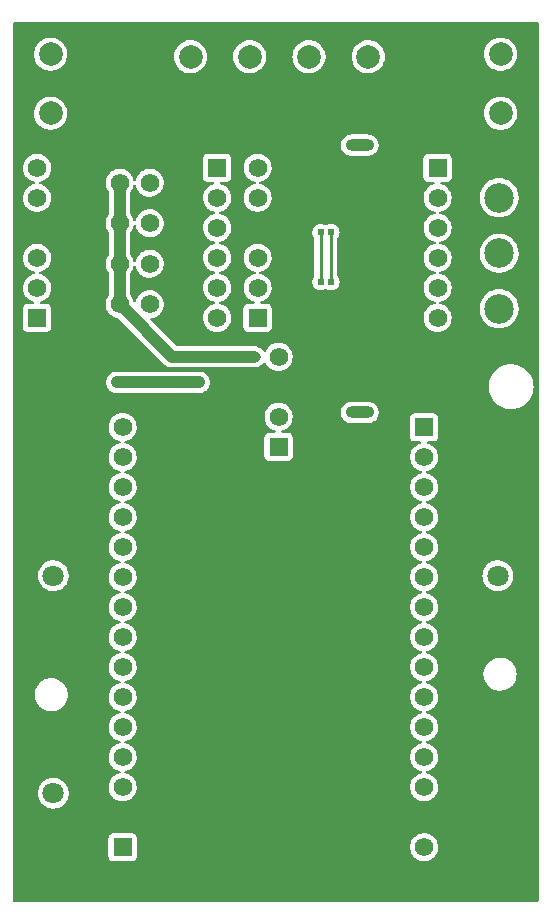
<source format=gbl>
G04 Layer: BottomLayer*
G04 EasyEDA v6.5.42, 2024-06-13 11:32:13*
G04 d1ebce20da0e461893040d04fa24d534,1f4b798e1f424c36b07c5063a1ef9d4e,10*
G04 Gerber Generator version 0.2*
G04 Scale: 100 percent, Rotated: No, Reflected: No *
G04 Dimensions in millimeters *
G04 leading zeros omitted , absolute positions ,4 integer and 5 decimal *
%FSLAX45Y45*%
%MOMM*%

%AMMACRO1*21,1,$1,$2,0,0,$3*%
%ADD10C,1.0000*%
%ADD11C,0.2540*%
%ADD12C,1.5748*%
%ADD13MACRO1,1.5748X1.5748X-90.0000*%
%ADD14MACRO1,1.5748X1.5748X90.0000*%
%ADD15C,2.0000*%
%ADD16R,1.5748X1.5748*%
%ADD17C,1.8000*%
%ADD18O,2.3999952X0.9999979999999999*%
%ADD19C,2.5000*%
%ADD20C,0.6200*%
%ADD21C,0.8000*%
%ADD22C,0.0163*%

%LPD*%
G36*
X36068Y-7474102D02*
G01*
X32156Y-7473289D01*
X28905Y-7471105D01*
X26670Y-7467803D01*
X25908Y-7463942D01*
X25908Y-36068D01*
X26670Y-32156D01*
X28905Y-28905D01*
X32156Y-26670D01*
X36068Y-25908D01*
X4463948Y-25908D01*
X4467809Y-26670D01*
X4471111Y-28905D01*
X4473295Y-32156D01*
X4474108Y-36068D01*
X4474108Y-7463942D01*
X4473295Y-7467803D01*
X4471111Y-7471105D01*
X4467809Y-7473289D01*
X4463948Y-7474102D01*
G37*

%LPC*%
G36*
X874268Y-7129678D02*
G01*
X1030732Y-7129678D01*
X1039114Y-7128814D01*
X1046734Y-7126528D01*
X1053744Y-7122769D01*
X1059840Y-7117740D01*
X1064869Y-7111644D01*
X1068628Y-7104634D01*
X1070914Y-7097014D01*
X1071778Y-7088631D01*
X1071778Y-6932168D01*
X1070914Y-6923786D01*
X1068628Y-6916166D01*
X1064869Y-6909155D01*
X1059840Y-6903059D01*
X1053744Y-6898030D01*
X1046734Y-6894271D01*
X1039114Y-6891985D01*
X1030732Y-6891172D01*
X874268Y-6891172D01*
X865886Y-6891985D01*
X858266Y-6894271D01*
X851255Y-6898030D01*
X845159Y-6903059D01*
X840130Y-6909155D01*
X836371Y-6916166D01*
X834085Y-6923786D01*
X833272Y-6932168D01*
X833272Y-7088631D01*
X834085Y-7097014D01*
X836371Y-7104634D01*
X840130Y-7111644D01*
X845159Y-7117740D01*
X851255Y-7122769D01*
X858266Y-7126528D01*
X865886Y-7128814D01*
G37*
G36*
X3497884Y-7129424D02*
G01*
X3512515Y-7129424D01*
X3527094Y-7127595D01*
X3541369Y-7124039D01*
X3555034Y-7118705D01*
X3567988Y-7111796D01*
X3579926Y-7103313D01*
X3590798Y-7093407D01*
X3600348Y-7082231D01*
X3608476Y-7070039D01*
X3614978Y-7056881D01*
X3619906Y-7043013D01*
X3623005Y-7028688D01*
X3624376Y-7014057D01*
X3623919Y-6999376D01*
X3621684Y-6984898D01*
X3617671Y-6970775D01*
X3611930Y-6957263D01*
X3604615Y-6944563D01*
X3595725Y-6932828D01*
X3585514Y-6922262D01*
X3574084Y-6913067D01*
X3561587Y-6905345D01*
X3548278Y-6899198D01*
X3534257Y-6894779D01*
X3519830Y-6892086D01*
X3505200Y-6891172D01*
X3490569Y-6892086D01*
X3476142Y-6894779D01*
X3462121Y-6899198D01*
X3448812Y-6905345D01*
X3436315Y-6913067D01*
X3424885Y-6922262D01*
X3414674Y-6932828D01*
X3405784Y-6944563D01*
X3398469Y-6957263D01*
X3392728Y-6970775D01*
X3388715Y-6984898D01*
X3386480Y-6999376D01*
X3386023Y-7014057D01*
X3387394Y-7028688D01*
X3390493Y-7043013D01*
X3395421Y-7056881D01*
X3401923Y-7070039D01*
X3410051Y-7082231D01*
X3419601Y-7093407D01*
X3430473Y-7103313D01*
X3442411Y-7111796D01*
X3455365Y-7118705D01*
X3469030Y-7124039D01*
X3483305Y-7127595D01*
G37*
G36*
X369773Y-6683654D02*
G01*
X385165Y-6682282D01*
X400304Y-6679082D01*
X414934Y-6674103D01*
X428904Y-6667500D01*
X441959Y-6659219D01*
X453999Y-6649466D01*
X464769Y-6638391D01*
X474116Y-6626098D01*
X481990Y-6612788D01*
X488238Y-6598615D01*
X492759Y-6583832D01*
X495503Y-6568643D01*
X496417Y-6553200D01*
X495503Y-6537756D01*
X492759Y-6522567D01*
X488238Y-6507784D01*
X481990Y-6493611D01*
X474116Y-6480302D01*
X464769Y-6468008D01*
X453999Y-6456934D01*
X441959Y-6447180D01*
X428904Y-6438900D01*
X414934Y-6432296D01*
X400304Y-6427317D01*
X385165Y-6424117D01*
X369773Y-6422745D01*
X354330Y-6423202D01*
X339039Y-6425488D01*
X324104Y-6429603D01*
X309778Y-6435394D01*
X296265Y-6442862D01*
X283667Y-6451854D01*
X272288Y-6462318D01*
X262178Y-6474002D01*
X253542Y-6486855D01*
X246481Y-6500571D01*
X241096Y-6515100D01*
X237490Y-6530136D01*
X235661Y-6545478D01*
X235661Y-6560921D01*
X237490Y-6576263D01*
X241096Y-6591300D01*
X246481Y-6605828D01*
X253542Y-6619544D01*
X262178Y-6632397D01*
X272288Y-6644081D01*
X283667Y-6654546D01*
X296265Y-6663537D01*
X309778Y-6671005D01*
X324104Y-6676796D01*
X339039Y-6680911D01*
X354330Y-6683197D01*
G37*
G36*
X952500Y-6621627D02*
G01*
X967130Y-6620713D01*
X981557Y-6618020D01*
X995578Y-6613601D01*
X1008887Y-6607454D01*
X1021384Y-6599732D01*
X1032814Y-6590538D01*
X1043025Y-6579971D01*
X1051915Y-6568236D01*
X1059230Y-6555536D01*
X1064971Y-6542024D01*
X1068984Y-6527901D01*
X1071219Y-6513423D01*
X1071676Y-6498742D01*
X1070305Y-6484112D01*
X1067206Y-6469786D01*
X1062278Y-6455918D01*
X1055776Y-6442760D01*
X1047648Y-6430568D01*
X1038098Y-6419392D01*
X1027226Y-6409486D01*
X1015288Y-6401003D01*
X1002334Y-6394094D01*
X988669Y-6388760D01*
X974191Y-6385153D01*
X970635Y-6383477D01*
X967994Y-6380581D01*
X966622Y-6376924D01*
X966774Y-6373012D01*
X968349Y-6369456D01*
X971143Y-6366764D01*
X974801Y-6365290D01*
X981557Y-6364020D01*
X995578Y-6359601D01*
X1008887Y-6353454D01*
X1021384Y-6345732D01*
X1032814Y-6336538D01*
X1043025Y-6325971D01*
X1051915Y-6314236D01*
X1059230Y-6301536D01*
X1064971Y-6288024D01*
X1068984Y-6273901D01*
X1071219Y-6259423D01*
X1071676Y-6244742D01*
X1070305Y-6230112D01*
X1067206Y-6215786D01*
X1062278Y-6201918D01*
X1055776Y-6188760D01*
X1047648Y-6176568D01*
X1038098Y-6165392D01*
X1027226Y-6155486D01*
X1015288Y-6147003D01*
X1002334Y-6140094D01*
X988669Y-6134760D01*
X974191Y-6131153D01*
X970635Y-6129477D01*
X967994Y-6126581D01*
X966622Y-6122924D01*
X966774Y-6119012D01*
X968349Y-6115456D01*
X971143Y-6112764D01*
X974801Y-6111290D01*
X981557Y-6110020D01*
X995578Y-6105601D01*
X1008887Y-6099454D01*
X1021384Y-6091732D01*
X1032814Y-6082538D01*
X1043025Y-6071971D01*
X1051915Y-6060236D01*
X1059230Y-6047536D01*
X1064971Y-6034024D01*
X1068984Y-6019901D01*
X1071219Y-6005423D01*
X1071676Y-5990742D01*
X1070305Y-5976112D01*
X1067206Y-5961786D01*
X1062278Y-5947918D01*
X1055776Y-5934760D01*
X1047648Y-5922568D01*
X1038098Y-5911392D01*
X1027226Y-5901486D01*
X1015288Y-5893003D01*
X1002334Y-5886094D01*
X988669Y-5880760D01*
X974191Y-5877153D01*
X970635Y-5875477D01*
X967994Y-5872581D01*
X966622Y-5868924D01*
X966774Y-5865012D01*
X968349Y-5861456D01*
X971143Y-5858764D01*
X974801Y-5857290D01*
X981557Y-5856020D01*
X995578Y-5851601D01*
X1008887Y-5845454D01*
X1021384Y-5837732D01*
X1032814Y-5828538D01*
X1043025Y-5817971D01*
X1051915Y-5806236D01*
X1059230Y-5793536D01*
X1064971Y-5780024D01*
X1068984Y-5765901D01*
X1071219Y-5751423D01*
X1071676Y-5736742D01*
X1070305Y-5722112D01*
X1067206Y-5707786D01*
X1062278Y-5693918D01*
X1055776Y-5680760D01*
X1047648Y-5668568D01*
X1038098Y-5657392D01*
X1027226Y-5647486D01*
X1015288Y-5639003D01*
X1002334Y-5632094D01*
X988669Y-5626760D01*
X974191Y-5623153D01*
X970635Y-5621477D01*
X967994Y-5618581D01*
X966622Y-5614924D01*
X966774Y-5611012D01*
X968349Y-5607456D01*
X971143Y-5604764D01*
X974801Y-5603290D01*
X981557Y-5602020D01*
X995578Y-5597601D01*
X1008887Y-5591454D01*
X1021384Y-5583732D01*
X1032814Y-5574538D01*
X1043025Y-5563971D01*
X1051915Y-5552236D01*
X1059230Y-5539536D01*
X1064971Y-5526024D01*
X1068984Y-5511901D01*
X1071219Y-5497423D01*
X1071676Y-5482742D01*
X1070305Y-5468112D01*
X1067206Y-5453786D01*
X1062278Y-5439918D01*
X1055776Y-5426760D01*
X1047648Y-5414568D01*
X1038098Y-5403392D01*
X1027226Y-5393486D01*
X1015288Y-5385003D01*
X1002334Y-5378094D01*
X988669Y-5372760D01*
X974191Y-5369153D01*
X970635Y-5367477D01*
X967994Y-5364581D01*
X966622Y-5360924D01*
X966774Y-5357012D01*
X968349Y-5353456D01*
X971143Y-5350764D01*
X974801Y-5349290D01*
X981557Y-5348020D01*
X995578Y-5343601D01*
X1008887Y-5337454D01*
X1021384Y-5329732D01*
X1032814Y-5320538D01*
X1043025Y-5309971D01*
X1051915Y-5298236D01*
X1059230Y-5285536D01*
X1064971Y-5272024D01*
X1068984Y-5257901D01*
X1071219Y-5243423D01*
X1071676Y-5228742D01*
X1070305Y-5214112D01*
X1067206Y-5199786D01*
X1062278Y-5185918D01*
X1055776Y-5172760D01*
X1047648Y-5160568D01*
X1038098Y-5149392D01*
X1027226Y-5139486D01*
X1015288Y-5131003D01*
X1002334Y-5124094D01*
X988669Y-5118760D01*
X974191Y-5115153D01*
X970635Y-5113477D01*
X967994Y-5110581D01*
X966622Y-5106924D01*
X966774Y-5103012D01*
X968349Y-5099456D01*
X971143Y-5096764D01*
X974801Y-5095290D01*
X981557Y-5094020D01*
X995578Y-5089601D01*
X1008887Y-5083454D01*
X1021384Y-5075732D01*
X1032814Y-5066538D01*
X1043025Y-5055971D01*
X1051915Y-5044236D01*
X1059230Y-5031536D01*
X1064971Y-5018024D01*
X1068984Y-5003901D01*
X1071219Y-4989423D01*
X1071676Y-4974742D01*
X1070305Y-4960112D01*
X1067206Y-4945786D01*
X1062278Y-4931918D01*
X1055776Y-4918760D01*
X1047648Y-4906568D01*
X1038098Y-4895392D01*
X1027226Y-4885486D01*
X1015288Y-4877003D01*
X1002334Y-4870094D01*
X988669Y-4864760D01*
X974191Y-4861153D01*
X970635Y-4859477D01*
X967994Y-4856581D01*
X966622Y-4852924D01*
X966774Y-4849012D01*
X968349Y-4845456D01*
X971143Y-4842764D01*
X974801Y-4841290D01*
X981557Y-4840020D01*
X995578Y-4835601D01*
X1008887Y-4829454D01*
X1021384Y-4821732D01*
X1032814Y-4812538D01*
X1043025Y-4801971D01*
X1051915Y-4790236D01*
X1059230Y-4777536D01*
X1064971Y-4764024D01*
X1068984Y-4749901D01*
X1071219Y-4735423D01*
X1071676Y-4720742D01*
X1070305Y-4706112D01*
X1067206Y-4691786D01*
X1062278Y-4677918D01*
X1055776Y-4664760D01*
X1047648Y-4652568D01*
X1038098Y-4641392D01*
X1027226Y-4631486D01*
X1015288Y-4623003D01*
X1002334Y-4616094D01*
X988669Y-4610760D01*
X974191Y-4607153D01*
X970635Y-4605477D01*
X967994Y-4602581D01*
X966622Y-4598924D01*
X966774Y-4595012D01*
X968349Y-4591456D01*
X971143Y-4588764D01*
X974801Y-4587290D01*
X981557Y-4586020D01*
X995578Y-4581601D01*
X1008887Y-4575454D01*
X1021384Y-4567732D01*
X1032814Y-4558538D01*
X1043025Y-4547971D01*
X1051915Y-4536236D01*
X1059230Y-4523536D01*
X1064971Y-4510024D01*
X1068984Y-4495901D01*
X1071219Y-4481423D01*
X1071676Y-4466742D01*
X1070305Y-4452112D01*
X1067206Y-4437786D01*
X1062278Y-4423918D01*
X1055776Y-4410760D01*
X1047648Y-4398568D01*
X1038098Y-4387392D01*
X1027226Y-4377486D01*
X1015288Y-4369003D01*
X1002334Y-4362094D01*
X988669Y-4356760D01*
X974191Y-4353153D01*
X970635Y-4351477D01*
X967994Y-4348581D01*
X966622Y-4344924D01*
X966774Y-4341012D01*
X968349Y-4337456D01*
X971143Y-4334764D01*
X974801Y-4333290D01*
X981557Y-4332020D01*
X995578Y-4327601D01*
X1008887Y-4321454D01*
X1021384Y-4313732D01*
X1032814Y-4304538D01*
X1043025Y-4293971D01*
X1051915Y-4282236D01*
X1059230Y-4269536D01*
X1064971Y-4256024D01*
X1068984Y-4241901D01*
X1071219Y-4227423D01*
X1071676Y-4212742D01*
X1070305Y-4198112D01*
X1067206Y-4183786D01*
X1062278Y-4169918D01*
X1055776Y-4156760D01*
X1047648Y-4144568D01*
X1038098Y-4133392D01*
X1027226Y-4123486D01*
X1015288Y-4115003D01*
X1002334Y-4108094D01*
X988669Y-4102760D01*
X974191Y-4099153D01*
X970635Y-4097477D01*
X967994Y-4094581D01*
X966622Y-4090924D01*
X966774Y-4087012D01*
X968349Y-4083456D01*
X971143Y-4080764D01*
X974801Y-4079290D01*
X981557Y-4078020D01*
X995578Y-4073601D01*
X1008887Y-4067454D01*
X1021384Y-4059732D01*
X1032814Y-4050537D01*
X1043025Y-4039971D01*
X1051915Y-4028236D01*
X1059230Y-4015536D01*
X1064971Y-4002024D01*
X1068984Y-3987901D01*
X1071219Y-3973423D01*
X1071676Y-3958742D01*
X1070305Y-3944112D01*
X1067206Y-3929786D01*
X1062278Y-3915918D01*
X1055776Y-3902760D01*
X1047648Y-3890568D01*
X1038098Y-3879392D01*
X1027226Y-3869486D01*
X1015288Y-3861003D01*
X1002334Y-3854094D01*
X988669Y-3848760D01*
X974191Y-3845153D01*
X970635Y-3843477D01*
X967994Y-3840581D01*
X966622Y-3836924D01*
X966774Y-3833012D01*
X968349Y-3829456D01*
X971143Y-3826764D01*
X974801Y-3825290D01*
X981557Y-3824020D01*
X995578Y-3819601D01*
X1008887Y-3813454D01*
X1021384Y-3805732D01*
X1032814Y-3796537D01*
X1043025Y-3785971D01*
X1051915Y-3774236D01*
X1059230Y-3761536D01*
X1064971Y-3748024D01*
X1068984Y-3733901D01*
X1071219Y-3719423D01*
X1071676Y-3704742D01*
X1070305Y-3690112D01*
X1067206Y-3675786D01*
X1062278Y-3661918D01*
X1055776Y-3648760D01*
X1047648Y-3636568D01*
X1038098Y-3625392D01*
X1027226Y-3615486D01*
X1015288Y-3607003D01*
X1002334Y-3600094D01*
X988669Y-3594760D01*
X974191Y-3591153D01*
X970635Y-3589477D01*
X967994Y-3586581D01*
X966622Y-3582924D01*
X966774Y-3579012D01*
X968349Y-3575456D01*
X971143Y-3572764D01*
X974801Y-3571290D01*
X981557Y-3570020D01*
X995578Y-3565601D01*
X1008887Y-3559454D01*
X1021384Y-3551732D01*
X1032814Y-3542537D01*
X1043025Y-3531971D01*
X1051915Y-3520236D01*
X1059230Y-3507536D01*
X1064971Y-3494024D01*
X1068984Y-3479901D01*
X1071219Y-3465423D01*
X1071676Y-3450742D01*
X1070305Y-3436112D01*
X1067206Y-3421786D01*
X1062278Y-3407918D01*
X1055776Y-3394760D01*
X1047648Y-3382568D01*
X1038098Y-3371392D01*
X1027226Y-3361486D01*
X1015288Y-3353003D01*
X1002334Y-3346094D01*
X988669Y-3340760D01*
X974394Y-3337204D01*
X959815Y-3335375D01*
X945184Y-3335375D01*
X930605Y-3337204D01*
X916330Y-3340760D01*
X902665Y-3346094D01*
X889711Y-3353003D01*
X877773Y-3361486D01*
X866902Y-3371392D01*
X857351Y-3382568D01*
X849223Y-3394760D01*
X842721Y-3407918D01*
X837793Y-3421786D01*
X834694Y-3436112D01*
X833323Y-3450742D01*
X833780Y-3465423D01*
X836015Y-3479901D01*
X840028Y-3494024D01*
X845769Y-3507536D01*
X853084Y-3520236D01*
X861974Y-3531971D01*
X872185Y-3542537D01*
X883615Y-3551732D01*
X896112Y-3559454D01*
X909421Y-3565601D01*
X923442Y-3570020D01*
X930198Y-3571290D01*
X933856Y-3572764D01*
X936650Y-3575456D01*
X938225Y-3579012D01*
X938377Y-3582924D01*
X937006Y-3586581D01*
X934364Y-3589477D01*
X930808Y-3591153D01*
X916330Y-3594760D01*
X902665Y-3600094D01*
X889711Y-3607003D01*
X877773Y-3615486D01*
X866902Y-3625392D01*
X857351Y-3636568D01*
X849223Y-3648760D01*
X842721Y-3661918D01*
X837793Y-3675786D01*
X834694Y-3690112D01*
X833323Y-3704742D01*
X833780Y-3719423D01*
X836015Y-3733901D01*
X840028Y-3748024D01*
X845769Y-3761536D01*
X853084Y-3774236D01*
X861974Y-3785971D01*
X872185Y-3796537D01*
X883615Y-3805732D01*
X896112Y-3813454D01*
X909421Y-3819601D01*
X923442Y-3824020D01*
X930198Y-3825290D01*
X933856Y-3826764D01*
X936650Y-3829456D01*
X938225Y-3833012D01*
X938377Y-3836924D01*
X937006Y-3840581D01*
X934364Y-3843477D01*
X930808Y-3845153D01*
X916330Y-3848760D01*
X902665Y-3854094D01*
X889711Y-3861003D01*
X877773Y-3869486D01*
X866902Y-3879392D01*
X857351Y-3890568D01*
X849223Y-3902760D01*
X842721Y-3915918D01*
X837793Y-3929786D01*
X834694Y-3944112D01*
X833323Y-3958742D01*
X833780Y-3973423D01*
X836015Y-3987901D01*
X840028Y-4002024D01*
X845769Y-4015536D01*
X853084Y-4028236D01*
X861974Y-4039971D01*
X872185Y-4050537D01*
X883615Y-4059732D01*
X896112Y-4067454D01*
X909421Y-4073601D01*
X923442Y-4078020D01*
X930198Y-4079290D01*
X933856Y-4080764D01*
X936650Y-4083456D01*
X938225Y-4087012D01*
X938377Y-4090924D01*
X937006Y-4094581D01*
X934364Y-4097477D01*
X930808Y-4099153D01*
X916330Y-4102760D01*
X902665Y-4108094D01*
X889711Y-4115003D01*
X877773Y-4123486D01*
X866902Y-4133392D01*
X857351Y-4144568D01*
X849223Y-4156760D01*
X842721Y-4169918D01*
X837793Y-4183786D01*
X834694Y-4198112D01*
X833323Y-4212742D01*
X833780Y-4227423D01*
X836015Y-4241901D01*
X840028Y-4256024D01*
X845769Y-4269536D01*
X853084Y-4282236D01*
X861974Y-4293971D01*
X872185Y-4304538D01*
X883615Y-4313732D01*
X896112Y-4321454D01*
X909421Y-4327601D01*
X923442Y-4332020D01*
X930198Y-4333290D01*
X933856Y-4334764D01*
X936650Y-4337456D01*
X938225Y-4341012D01*
X938377Y-4344924D01*
X937006Y-4348581D01*
X934364Y-4351477D01*
X930808Y-4353153D01*
X916330Y-4356760D01*
X902665Y-4362094D01*
X889711Y-4369003D01*
X877773Y-4377486D01*
X866902Y-4387392D01*
X857351Y-4398568D01*
X849223Y-4410760D01*
X842721Y-4423918D01*
X837793Y-4437786D01*
X834694Y-4452112D01*
X833323Y-4466742D01*
X833780Y-4481423D01*
X836015Y-4495901D01*
X840028Y-4510024D01*
X845769Y-4523536D01*
X853084Y-4536236D01*
X861974Y-4547971D01*
X872185Y-4558538D01*
X883615Y-4567732D01*
X896112Y-4575454D01*
X909421Y-4581601D01*
X923442Y-4586020D01*
X930198Y-4587290D01*
X933856Y-4588764D01*
X936650Y-4591456D01*
X938225Y-4595012D01*
X938377Y-4598924D01*
X937006Y-4602581D01*
X934364Y-4605477D01*
X930808Y-4607153D01*
X916330Y-4610760D01*
X902665Y-4616094D01*
X889711Y-4623003D01*
X877773Y-4631486D01*
X866902Y-4641392D01*
X857351Y-4652568D01*
X849223Y-4664760D01*
X842721Y-4677918D01*
X837793Y-4691786D01*
X834694Y-4706112D01*
X833323Y-4720742D01*
X833780Y-4735423D01*
X836015Y-4749901D01*
X840028Y-4764024D01*
X845769Y-4777536D01*
X853084Y-4790236D01*
X861974Y-4801971D01*
X872185Y-4812538D01*
X883615Y-4821732D01*
X896112Y-4829454D01*
X909421Y-4835601D01*
X923442Y-4840020D01*
X930198Y-4841290D01*
X933856Y-4842764D01*
X936650Y-4845456D01*
X938225Y-4849012D01*
X938377Y-4852924D01*
X937006Y-4856581D01*
X934364Y-4859477D01*
X930808Y-4861153D01*
X916330Y-4864760D01*
X902665Y-4870094D01*
X889711Y-4877003D01*
X877773Y-4885486D01*
X866902Y-4895392D01*
X857351Y-4906568D01*
X849223Y-4918760D01*
X842721Y-4931918D01*
X837793Y-4945786D01*
X834694Y-4960112D01*
X833323Y-4974742D01*
X833780Y-4989423D01*
X836015Y-5003901D01*
X840028Y-5018024D01*
X845769Y-5031536D01*
X853084Y-5044236D01*
X861974Y-5055971D01*
X872185Y-5066538D01*
X883615Y-5075732D01*
X896112Y-5083454D01*
X909421Y-5089601D01*
X923442Y-5094020D01*
X930198Y-5095290D01*
X933856Y-5096764D01*
X936650Y-5099456D01*
X938225Y-5103012D01*
X938377Y-5106924D01*
X937006Y-5110581D01*
X934364Y-5113477D01*
X930808Y-5115153D01*
X916330Y-5118760D01*
X902665Y-5124094D01*
X889711Y-5131003D01*
X877773Y-5139486D01*
X866902Y-5149392D01*
X857351Y-5160568D01*
X849223Y-5172760D01*
X842721Y-5185918D01*
X837793Y-5199786D01*
X834694Y-5214112D01*
X833323Y-5228742D01*
X833780Y-5243423D01*
X836015Y-5257901D01*
X840028Y-5272024D01*
X845769Y-5285536D01*
X853084Y-5298236D01*
X861974Y-5309971D01*
X872185Y-5320538D01*
X883615Y-5329732D01*
X896112Y-5337454D01*
X909421Y-5343601D01*
X923442Y-5348020D01*
X930198Y-5349290D01*
X933856Y-5350764D01*
X936650Y-5353456D01*
X938225Y-5357012D01*
X938377Y-5360924D01*
X937006Y-5364581D01*
X934364Y-5367477D01*
X930808Y-5369153D01*
X916330Y-5372760D01*
X902665Y-5378094D01*
X889711Y-5385003D01*
X877773Y-5393486D01*
X866902Y-5403392D01*
X857351Y-5414568D01*
X849223Y-5426760D01*
X842721Y-5439918D01*
X837793Y-5453786D01*
X834694Y-5468112D01*
X833323Y-5482742D01*
X833780Y-5497423D01*
X836015Y-5511901D01*
X840028Y-5526024D01*
X845769Y-5539536D01*
X853084Y-5552236D01*
X861974Y-5563971D01*
X872185Y-5574538D01*
X883615Y-5583732D01*
X896112Y-5591454D01*
X909421Y-5597601D01*
X923442Y-5602020D01*
X930198Y-5603290D01*
X933856Y-5604764D01*
X936650Y-5607456D01*
X938225Y-5611012D01*
X938377Y-5614924D01*
X937006Y-5618581D01*
X934364Y-5621477D01*
X930808Y-5623153D01*
X916330Y-5626760D01*
X902665Y-5632094D01*
X889711Y-5639003D01*
X877773Y-5647486D01*
X866902Y-5657392D01*
X857351Y-5668568D01*
X849223Y-5680760D01*
X842721Y-5693918D01*
X837793Y-5707786D01*
X834694Y-5722112D01*
X833323Y-5736742D01*
X833780Y-5751423D01*
X836015Y-5765901D01*
X840028Y-5780024D01*
X845769Y-5793536D01*
X853084Y-5806236D01*
X861974Y-5817971D01*
X872185Y-5828538D01*
X883615Y-5837732D01*
X896112Y-5845454D01*
X909421Y-5851601D01*
X923442Y-5856020D01*
X930198Y-5857290D01*
X933856Y-5858764D01*
X936650Y-5861456D01*
X938225Y-5865012D01*
X938377Y-5868924D01*
X937006Y-5872581D01*
X934364Y-5875477D01*
X930808Y-5877153D01*
X916330Y-5880760D01*
X902665Y-5886094D01*
X889711Y-5893003D01*
X877773Y-5901486D01*
X866902Y-5911392D01*
X857351Y-5922568D01*
X849223Y-5934760D01*
X842721Y-5947918D01*
X837793Y-5961786D01*
X834694Y-5976112D01*
X833323Y-5990742D01*
X833780Y-6005423D01*
X836015Y-6019901D01*
X840028Y-6034024D01*
X845769Y-6047536D01*
X853084Y-6060236D01*
X861974Y-6071971D01*
X872185Y-6082538D01*
X883615Y-6091732D01*
X896112Y-6099454D01*
X909421Y-6105601D01*
X923442Y-6110020D01*
X930198Y-6111290D01*
X933856Y-6112764D01*
X936650Y-6115456D01*
X938225Y-6119012D01*
X938377Y-6122924D01*
X937006Y-6126581D01*
X934364Y-6129477D01*
X930808Y-6131153D01*
X916330Y-6134760D01*
X902665Y-6140094D01*
X889711Y-6147003D01*
X877773Y-6155486D01*
X866902Y-6165392D01*
X857351Y-6176568D01*
X849223Y-6188760D01*
X842721Y-6201918D01*
X837793Y-6215786D01*
X834694Y-6230112D01*
X833323Y-6244742D01*
X833780Y-6259423D01*
X836015Y-6273901D01*
X840028Y-6288024D01*
X845769Y-6301536D01*
X853084Y-6314236D01*
X861974Y-6325971D01*
X872185Y-6336538D01*
X883615Y-6345732D01*
X896112Y-6353454D01*
X909421Y-6359601D01*
X923442Y-6364020D01*
X930198Y-6365290D01*
X933856Y-6366764D01*
X936650Y-6369456D01*
X938225Y-6373012D01*
X938377Y-6376924D01*
X937006Y-6380581D01*
X934364Y-6383477D01*
X930808Y-6385153D01*
X916330Y-6388760D01*
X902665Y-6394094D01*
X889711Y-6401003D01*
X877773Y-6409486D01*
X866902Y-6419392D01*
X857351Y-6430568D01*
X849223Y-6442760D01*
X842721Y-6455918D01*
X837793Y-6469786D01*
X834694Y-6484112D01*
X833323Y-6498742D01*
X833780Y-6513423D01*
X836015Y-6527901D01*
X840028Y-6542024D01*
X845769Y-6555536D01*
X853084Y-6568236D01*
X861974Y-6579971D01*
X872185Y-6590538D01*
X883615Y-6599732D01*
X896112Y-6607454D01*
X909421Y-6613601D01*
X923442Y-6618020D01*
X937869Y-6620713D01*
G37*
G36*
X3497884Y-6621424D02*
G01*
X3512515Y-6621424D01*
X3527094Y-6619595D01*
X3541369Y-6616039D01*
X3555034Y-6610705D01*
X3567988Y-6603796D01*
X3579926Y-6595313D01*
X3590798Y-6585407D01*
X3600348Y-6574231D01*
X3608476Y-6562039D01*
X3614978Y-6548881D01*
X3619906Y-6535013D01*
X3623005Y-6520688D01*
X3624376Y-6506057D01*
X3623919Y-6491376D01*
X3621684Y-6476898D01*
X3617671Y-6462776D01*
X3611930Y-6449263D01*
X3604615Y-6436563D01*
X3595725Y-6424828D01*
X3585514Y-6414262D01*
X3574084Y-6405067D01*
X3561587Y-6397345D01*
X3548278Y-6391198D01*
X3534257Y-6386779D01*
X3527501Y-6385509D01*
X3523843Y-6384036D01*
X3521049Y-6381343D01*
X3519474Y-6377787D01*
X3519322Y-6373876D01*
X3520694Y-6370218D01*
X3523335Y-6367322D01*
X3526891Y-6365646D01*
X3541369Y-6362039D01*
X3555034Y-6356705D01*
X3567988Y-6349796D01*
X3579926Y-6341313D01*
X3590798Y-6331407D01*
X3600348Y-6320231D01*
X3608476Y-6308039D01*
X3614978Y-6294882D01*
X3619906Y-6281013D01*
X3623005Y-6266688D01*
X3624376Y-6252057D01*
X3623919Y-6237376D01*
X3621684Y-6222898D01*
X3617671Y-6208776D01*
X3611930Y-6195263D01*
X3604615Y-6182563D01*
X3595725Y-6170828D01*
X3585514Y-6160262D01*
X3574084Y-6151067D01*
X3561587Y-6143345D01*
X3548278Y-6137198D01*
X3534257Y-6132779D01*
X3527501Y-6131509D01*
X3523843Y-6130036D01*
X3521049Y-6127343D01*
X3519474Y-6123787D01*
X3519322Y-6119876D01*
X3520694Y-6116218D01*
X3523335Y-6113322D01*
X3526891Y-6111646D01*
X3541369Y-6108039D01*
X3555034Y-6102705D01*
X3567988Y-6095796D01*
X3579926Y-6087313D01*
X3590798Y-6077407D01*
X3600348Y-6066231D01*
X3608476Y-6054039D01*
X3614978Y-6040882D01*
X3619906Y-6027013D01*
X3623005Y-6012688D01*
X3624376Y-5998057D01*
X3623919Y-5983376D01*
X3621684Y-5968898D01*
X3617671Y-5954776D01*
X3611930Y-5941263D01*
X3604615Y-5928563D01*
X3595725Y-5916828D01*
X3585514Y-5906262D01*
X3574084Y-5897067D01*
X3561587Y-5889345D01*
X3548278Y-5883198D01*
X3534257Y-5878779D01*
X3527501Y-5877509D01*
X3523843Y-5876036D01*
X3521049Y-5873343D01*
X3519474Y-5869787D01*
X3519322Y-5865876D01*
X3520694Y-5862218D01*
X3523335Y-5859322D01*
X3526891Y-5857646D01*
X3541369Y-5854039D01*
X3555034Y-5848705D01*
X3567988Y-5841796D01*
X3579926Y-5833313D01*
X3590798Y-5823407D01*
X3600348Y-5812231D01*
X3608476Y-5800039D01*
X3614978Y-5786882D01*
X3619906Y-5773013D01*
X3623005Y-5758688D01*
X3624376Y-5744057D01*
X3623919Y-5729376D01*
X3621684Y-5714898D01*
X3617671Y-5700776D01*
X3611930Y-5687263D01*
X3604615Y-5674563D01*
X3595725Y-5662828D01*
X3585514Y-5652262D01*
X3574084Y-5643067D01*
X3561587Y-5635345D01*
X3548278Y-5629198D01*
X3534257Y-5624779D01*
X3527501Y-5623509D01*
X3523843Y-5622036D01*
X3521049Y-5619343D01*
X3519474Y-5615787D01*
X3519322Y-5611876D01*
X3520694Y-5608218D01*
X3523335Y-5605322D01*
X3526891Y-5603646D01*
X3541369Y-5600039D01*
X3555034Y-5594705D01*
X3567988Y-5587796D01*
X3579926Y-5579313D01*
X3590798Y-5569407D01*
X3600348Y-5558231D01*
X3608476Y-5546039D01*
X3614978Y-5532882D01*
X3619906Y-5519013D01*
X3623005Y-5504688D01*
X3624376Y-5490057D01*
X3623919Y-5475376D01*
X3621684Y-5460898D01*
X3617671Y-5446776D01*
X3611930Y-5433263D01*
X3604615Y-5420563D01*
X3595725Y-5408828D01*
X3585514Y-5398262D01*
X3574084Y-5389067D01*
X3561587Y-5381345D01*
X3548278Y-5375198D01*
X3534257Y-5370779D01*
X3527501Y-5369509D01*
X3523843Y-5368036D01*
X3521049Y-5365343D01*
X3519474Y-5361787D01*
X3519322Y-5357876D01*
X3520694Y-5354218D01*
X3523335Y-5351322D01*
X3526891Y-5349646D01*
X3541369Y-5346039D01*
X3555034Y-5340705D01*
X3567988Y-5333796D01*
X3579926Y-5325313D01*
X3590798Y-5315407D01*
X3600348Y-5304231D01*
X3608476Y-5292039D01*
X3614978Y-5278882D01*
X3619906Y-5265013D01*
X3623005Y-5250688D01*
X3624376Y-5236057D01*
X3623919Y-5221376D01*
X3621684Y-5206898D01*
X3617671Y-5192776D01*
X3611930Y-5179263D01*
X3604615Y-5166563D01*
X3595725Y-5154828D01*
X3585514Y-5144262D01*
X3574084Y-5135067D01*
X3561587Y-5127345D01*
X3548278Y-5121198D01*
X3534257Y-5116779D01*
X3527501Y-5115509D01*
X3523843Y-5114036D01*
X3521049Y-5111343D01*
X3519474Y-5107787D01*
X3519322Y-5103876D01*
X3520694Y-5100218D01*
X3523335Y-5097322D01*
X3526891Y-5095646D01*
X3541369Y-5092039D01*
X3555034Y-5086705D01*
X3567988Y-5079796D01*
X3579926Y-5071313D01*
X3590798Y-5061407D01*
X3600348Y-5050231D01*
X3608476Y-5038039D01*
X3614978Y-5024882D01*
X3619906Y-5011013D01*
X3623005Y-4996688D01*
X3624376Y-4982057D01*
X3623919Y-4967376D01*
X3621684Y-4952898D01*
X3617671Y-4938776D01*
X3611930Y-4925263D01*
X3604615Y-4912563D01*
X3595725Y-4900828D01*
X3585514Y-4890262D01*
X3574084Y-4881067D01*
X3561587Y-4873345D01*
X3548278Y-4867198D01*
X3534257Y-4862779D01*
X3527501Y-4861509D01*
X3523843Y-4860036D01*
X3521049Y-4857343D01*
X3519474Y-4853787D01*
X3519322Y-4849876D01*
X3520694Y-4846218D01*
X3523335Y-4843322D01*
X3526891Y-4841646D01*
X3541369Y-4838039D01*
X3555034Y-4832705D01*
X3567988Y-4825796D01*
X3579926Y-4817313D01*
X3590798Y-4807407D01*
X3600348Y-4796231D01*
X3608476Y-4784039D01*
X3614978Y-4770882D01*
X3619906Y-4757013D01*
X3623005Y-4742688D01*
X3624376Y-4728057D01*
X3623919Y-4713376D01*
X3621684Y-4698898D01*
X3617671Y-4684776D01*
X3611930Y-4671263D01*
X3604615Y-4658563D01*
X3595725Y-4646828D01*
X3585514Y-4636262D01*
X3574084Y-4627067D01*
X3561587Y-4619345D01*
X3548278Y-4613198D01*
X3534257Y-4608779D01*
X3527501Y-4607509D01*
X3523843Y-4606036D01*
X3521049Y-4603343D01*
X3519474Y-4599787D01*
X3519322Y-4595876D01*
X3520694Y-4592218D01*
X3523335Y-4589322D01*
X3526891Y-4587646D01*
X3541369Y-4584039D01*
X3555034Y-4578705D01*
X3567988Y-4571796D01*
X3579926Y-4563313D01*
X3590798Y-4553407D01*
X3600348Y-4542231D01*
X3608476Y-4530039D01*
X3614978Y-4516882D01*
X3619906Y-4503013D01*
X3623005Y-4488688D01*
X3624376Y-4474057D01*
X3623919Y-4459376D01*
X3621684Y-4444898D01*
X3617671Y-4430776D01*
X3611930Y-4417263D01*
X3604615Y-4404563D01*
X3595725Y-4392828D01*
X3585514Y-4382262D01*
X3574084Y-4373067D01*
X3561587Y-4365345D01*
X3548278Y-4359198D01*
X3534257Y-4354779D01*
X3527501Y-4353509D01*
X3523843Y-4352036D01*
X3521049Y-4349343D01*
X3519474Y-4345787D01*
X3519322Y-4341876D01*
X3520694Y-4338218D01*
X3523335Y-4335322D01*
X3526891Y-4333646D01*
X3541369Y-4330039D01*
X3555034Y-4324705D01*
X3567988Y-4317796D01*
X3579926Y-4309313D01*
X3590798Y-4299407D01*
X3600348Y-4288231D01*
X3608476Y-4276039D01*
X3614978Y-4262882D01*
X3619906Y-4249013D01*
X3623005Y-4234688D01*
X3624376Y-4220057D01*
X3623919Y-4205376D01*
X3621684Y-4190898D01*
X3617671Y-4176776D01*
X3611930Y-4163263D01*
X3604615Y-4150563D01*
X3595725Y-4138828D01*
X3585514Y-4128262D01*
X3574084Y-4119067D01*
X3561587Y-4111345D01*
X3548278Y-4105198D01*
X3534257Y-4100779D01*
X3527501Y-4099509D01*
X3523843Y-4098036D01*
X3521049Y-4095343D01*
X3519474Y-4091787D01*
X3519322Y-4087876D01*
X3520694Y-4084218D01*
X3523335Y-4081322D01*
X3526891Y-4079646D01*
X3541369Y-4076039D01*
X3555034Y-4070705D01*
X3567988Y-4063796D01*
X3579926Y-4055313D01*
X3590798Y-4045407D01*
X3600348Y-4034231D01*
X3608476Y-4022039D01*
X3614978Y-4008882D01*
X3619906Y-3995013D01*
X3623005Y-3980687D01*
X3624376Y-3966057D01*
X3623919Y-3951376D01*
X3621684Y-3936898D01*
X3617671Y-3922776D01*
X3611930Y-3909263D01*
X3604615Y-3896563D01*
X3595725Y-3884828D01*
X3585514Y-3874262D01*
X3574084Y-3865067D01*
X3561587Y-3857345D01*
X3548278Y-3851198D01*
X3534257Y-3846779D01*
X3527501Y-3845509D01*
X3523843Y-3844036D01*
X3521049Y-3841343D01*
X3519474Y-3837787D01*
X3519322Y-3833876D01*
X3520694Y-3830218D01*
X3523335Y-3827322D01*
X3526891Y-3825646D01*
X3541369Y-3822039D01*
X3555034Y-3816705D01*
X3567988Y-3809796D01*
X3579926Y-3801313D01*
X3590798Y-3791407D01*
X3600348Y-3780231D01*
X3608476Y-3768039D01*
X3614978Y-3754882D01*
X3619906Y-3741013D01*
X3623005Y-3726687D01*
X3624376Y-3712057D01*
X3623919Y-3697376D01*
X3621684Y-3682898D01*
X3617671Y-3668776D01*
X3611930Y-3655263D01*
X3604615Y-3642563D01*
X3595725Y-3630828D01*
X3585514Y-3620262D01*
X3574084Y-3611067D01*
X3561587Y-3603345D01*
X3548278Y-3597198D01*
X3536594Y-3593490D01*
X3532987Y-3591509D01*
X3530498Y-3588258D01*
X3529482Y-3584295D01*
X3530142Y-3580282D01*
X3532276Y-3576828D01*
X3535629Y-3574491D01*
X3539642Y-3573678D01*
X3583432Y-3573678D01*
X3591814Y-3572814D01*
X3599434Y-3570528D01*
X3606444Y-3566769D01*
X3612540Y-3561740D01*
X3617569Y-3555644D01*
X3621328Y-3548634D01*
X3623614Y-3541014D01*
X3624427Y-3532632D01*
X3624427Y-3376168D01*
X3623614Y-3367786D01*
X3621328Y-3360165D01*
X3617569Y-3353155D01*
X3612540Y-3347059D01*
X3606444Y-3342030D01*
X3599434Y-3338271D01*
X3591814Y-3335985D01*
X3583432Y-3335172D01*
X3426968Y-3335172D01*
X3418586Y-3335985D01*
X3410965Y-3338271D01*
X3403955Y-3342030D01*
X3397859Y-3347059D01*
X3392830Y-3353155D01*
X3389071Y-3360165D01*
X3386785Y-3367786D01*
X3385972Y-3376168D01*
X3385972Y-3532632D01*
X3386785Y-3541014D01*
X3389071Y-3548634D01*
X3392830Y-3555644D01*
X3397859Y-3561740D01*
X3403955Y-3566769D01*
X3410965Y-3570528D01*
X3418586Y-3572814D01*
X3426968Y-3573678D01*
X3470757Y-3573678D01*
X3474770Y-3574491D01*
X3478123Y-3576828D01*
X3480257Y-3580282D01*
X3480917Y-3584295D01*
X3479901Y-3588258D01*
X3477412Y-3591509D01*
X3473805Y-3593490D01*
X3462121Y-3597198D01*
X3448812Y-3603345D01*
X3436315Y-3611067D01*
X3424885Y-3620262D01*
X3414674Y-3630828D01*
X3405784Y-3642563D01*
X3398469Y-3655263D01*
X3392728Y-3668776D01*
X3388715Y-3682898D01*
X3386480Y-3697376D01*
X3386023Y-3712057D01*
X3387394Y-3726687D01*
X3390493Y-3741013D01*
X3395421Y-3754882D01*
X3401923Y-3768039D01*
X3410051Y-3780231D01*
X3419601Y-3791407D01*
X3430473Y-3801313D01*
X3442411Y-3809796D01*
X3455365Y-3816705D01*
X3469030Y-3822039D01*
X3483508Y-3825646D01*
X3487064Y-3827322D01*
X3489706Y-3830218D01*
X3491077Y-3833876D01*
X3490925Y-3837787D01*
X3489350Y-3841343D01*
X3486556Y-3844036D01*
X3482898Y-3845509D01*
X3476142Y-3846779D01*
X3462121Y-3851198D01*
X3448812Y-3857345D01*
X3436315Y-3865067D01*
X3424885Y-3874262D01*
X3414674Y-3884828D01*
X3405784Y-3896563D01*
X3398469Y-3909263D01*
X3392728Y-3922776D01*
X3388715Y-3936898D01*
X3386480Y-3951376D01*
X3386023Y-3966057D01*
X3387394Y-3980687D01*
X3390493Y-3995013D01*
X3395421Y-4008882D01*
X3401923Y-4022039D01*
X3410051Y-4034231D01*
X3419601Y-4045407D01*
X3430473Y-4055313D01*
X3442411Y-4063796D01*
X3455365Y-4070705D01*
X3469030Y-4076039D01*
X3483508Y-4079646D01*
X3487064Y-4081322D01*
X3489706Y-4084218D01*
X3491077Y-4087876D01*
X3490925Y-4091787D01*
X3489350Y-4095343D01*
X3486556Y-4098036D01*
X3482898Y-4099509D01*
X3476142Y-4100779D01*
X3462121Y-4105198D01*
X3448812Y-4111345D01*
X3436315Y-4119067D01*
X3424885Y-4128262D01*
X3414674Y-4138828D01*
X3405784Y-4150563D01*
X3398469Y-4163263D01*
X3392728Y-4176776D01*
X3388715Y-4190898D01*
X3386480Y-4205376D01*
X3386023Y-4220057D01*
X3387394Y-4234688D01*
X3390493Y-4249013D01*
X3395421Y-4262882D01*
X3401923Y-4276039D01*
X3410051Y-4288231D01*
X3419601Y-4299407D01*
X3430473Y-4309313D01*
X3442411Y-4317796D01*
X3455365Y-4324705D01*
X3469030Y-4330039D01*
X3483508Y-4333646D01*
X3487064Y-4335322D01*
X3489706Y-4338218D01*
X3491077Y-4341876D01*
X3490925Y-4345787D01*
X3489350Y-4349343D01*
X3486556Y-4352036D01*
X3482898Y-4353509D01*
X3476142Y-4354779D01*
X3462121Y-4359198D01*
X3448812Y-4365345D01*
X3436315Y-4373067D01*
X3424885Y-4382262D01*
X3414674Y-4392828D01*
X3405784Y-4404563D01*
X3398469Y-4417263D01*
X3392728Y-4430776D01*
X3388715Y-4444898D01*
X3386480Y-4459376D01*
X3386023Y-4474057D01*
X3387394Y-4488688D01*
X3390493Y-4503013D01*
X3395421Y-4516882D01*
X3401923Y-4530039D01*
X3410051Y-4542231D01*
X3419601Y-4553407D01*
X3430473Y-4563313D01*
X3442411Y-4571796D01*
X3455365Y-4578705D01*
X3469030Y-4584039D01*
X3483508Y-4587646D01*
X3487064Y-4589322D01*
X3489706Y-4592218D01*
X3491077Y-4595876D01*
X3490925Y-4599787D01*
X3489350Y-4603343D01*
X3486556Y-4606036D01*
X3482898Y-4607509D01*
X3476142Y-4608779D01*
X3462121Y-4613198D01*
X3448812Y-4619345D01*
X3436315Y-4627067D01*
X3424885Y-4636262D01*
X3414674Y-4646828D01*
X3405784Y-4658563D01*
X3398469Y-4671263D01*
X3392728Y-4684776D01*
X3388715Y-4698898D01*
X3386480Y-4713376D01*
X3386023Y-4728057D01*
X3387394Y-4742688D01*
X3390493Y-4757013D01*
X3395421Y-4770882D01*
X3401923Y-4784039D01*
X3410051Y-4796231D01*
X3419601Y-4807407D01*
X3430473Y-4817313D01*
X3442411Y-4825796D01*
X3455365Y-4832705D01*
X3469030Y-4838039D01*
X3483508Y-4841646D01*
X3487064Y-4843322D01*
X3489706Y-4846218D01*
X3491077Y-4849876D01*
X3490925Y-4853787D01*
X3489350Y-4857343D01*
X3486556Y-4860036D01*
X3482898Y-4861509D01*
X3476142Y-4862779D01*
X3462121Y-4867198D01*
X3448812Y-4873345D01*
X3436315Y-4881067D01*
X3424885Y-4890262D01*
X3414674Y-4900828D01*
X3405784Y-4912563D01*
X3398469Y-4925263D01*
X3392728Y-4938776D01*
X3388715Y-4952898D01*
X3386480Y-4967376D01*
X3386023Y-4982057D01*
X3387394Y-4996688D01*
X3390493Y-5011013D01*
X3395421Y-5024882D01*
X3401923Y-5038039D01*
X3410051Y-5050231D01*
X3419601Y-5061407D01*
X3430473Y-5071313D01*
X3442411Y-5079796D01*
X3455365Y-5086705D01*
X3469030Y-5092039D01*
X3483508Y-5095646D01*
X3487064Y-5097322D01*
X3489706Y-5100218D01*
X3491077Y-5103876D01*
X3490925Y-5107787D01*
X3489350Y-5111343D01*
X3486556Y-5114036D01*
X3482898Y-5115509D01*
X3476142Y-5116779D01*
X3462121Y-5121198D01*
X3448812Y-5127345D01*
X3436315Y-5135067D01*
X3424885Y-5144262D01*
X3414674Y-5154828D01*
X3405784Y-5166563D01*
X3398469Y-5179263D01*
X3392728Y-5192776D01*
X3388715Y-5206898D01*
X3386480Y-5221376D01*
X3386023Y-5236057D01*
X3387394Y-5250688D01*
X3390493Y-5265013D01*
X3395421Y-5278882D01*
X3401923Y-5292039D01*
X3410051Y-5304231D01*
X3419601Y-5315407D01*
X3430473Y-5325313D01*
X3442411Y-5333796D01*
X3455365Y-5340705D01*
X3469030Y-5346039D01*
X3483508Y-5349646D01*
X3487064Y-5351322D01*
X3489706Y-5354218D01*
X3491077Y-5357876D01*
X3490925Y-5361787D01*
X3489350Y-5365343D01*
X3486556Y-5368036D01*
X3482898Y-5369509D01*
X3476142Y-5370779D01*
X3462121Y-5375198D01*
X3448812Y-5381345D01*
X3436315Y-5389067D01*
X3424885Y-5398262D01*
X3414674Y-5408828D01*
X3405784Y-5420563D01*
X3398469Y-5433263D01*
X3392728Y-5446776D01*
X3388715Y-5460898D01*
X3386480Y-5475376D01*
X3386023Y-5490057D01*
X3387394Y-5504688D01*
X3390493Y-5519013D01*
X3395421Y-5532882D01*
X3401923Y-5546039D01*
X3410051Y-5558231D01*
X3419601Y-5569407D01*
X3430473Y-5579313D01*
X3442411Y-5587796D01*
X3455365Y-5594705D01*
X3469030Y-5600039D01*
X3483508Y-5603646D01*
X3487064Y-5605322D01*
X3489706Y-5608218D01*
X3491077Y-5611876D01*
X3490925Y-5615787D01*
X3489350Y-5619343D01*
X3486556Y-5622036D01*
X3482898Y-5623509D01*
X3476142Y-5624779D01*
X3462121Y-5629198D01*
X3448812Y-5635345D01*
X3436315Y-5643067D01*
X3424885Y-5652262D01*
X3414674Y-5662828D01*
X3405784Y-5674563D01*
X3398469Y-5687263D01*
X3392728Y-5700776D01*
X3388715Y-5714898D01*
X3386480Y-5729376D01*
X3386023Y-5744057D01*
X3387394Y-5758688D01*
X3390493Y-5773013D01*
X3395421Y-5786882D01*
X3401923Y-5800039D01*
X3410051Y-5812231D01*
X3419601Y-5823407D01*
X3430473Y-5833313D01*
X3442411Y-5841796D01*
X3455365Y-5848705D01*
X3469030Y-5854039D01*
X3483508Y-5857646D01*
X3487064Y-5859322D01*
X3489706Y-5862218D01*
X3491077Y-5865876D01*
X3490925Y-5869787D01*
X3489350Y-5873343D01*
X3486556Y-5876036D01*
X3482898Y-5877509D01*
X3476142Y-5878779D01*
X3462121Y-5883198D01*
X3448812Y-5889345D01*
X3436315Y-5897067D01*
X3424885Y-5906262D01*
X3414674Y-5916828D01*
X3405784Y-5928563D01*
X3398469Y-5941263D01*
X3392728Y-5954776D01*
X3388715Y-5968898D01*
X3386480Y-5983376D01*
X3386023Y-5998057D01*
X3387394Y-6012688D01*
X3390493Y-6027013D01*
X3395421Y-6040882D01*
X3401923Y-6054039D01*
X3410051Y-6066231D01*
X3419601Y-6077407D01*
X3430473Y-6087313D01*
X3442411Y-6095796D01*
X3455365Y-6102705D01*
X3469030Y-6108039D01*
X3483508Y-6111646D01*
X3487064Y-6113322D01*
X3489706Y-6116218D01*
X3491077Y-6119876D01*
X3490925Y-6123787D01*
X3489350Y-6127343D01*
X3486556Y-6130036D01*
X3482898Y-6131509D01*
X3476142Y-6132779D01*
X3462121Y-6137198D01*
X3448812Y-6143345D01*
X3436315Y-6151067D01*
X3424885Y-6160262D01*
X3414674Y-6170828D01*
X3405784Y-6182563D01*
X3398469Y-6195263D01*
X3392728Y-6208776D01*
X3388715Y-6222898D01*
X3386480Y-6237376D01*
X3386023Y-6252057D01*
X3387394Y-6266688D01*
X3390493Y-6281013D01*
X3395421Y-6294882D01*
X3401923Y-6308039D01*
X3410051Y-6320231D01*
X3419601Y-6331407D01*
X3430473Y-6341313D01*
X3442411Y-6349796D01*
X3455365Y-6356705D01*
X3469030Y-6362039D01*
X3483508Y-6365646D01*
X3487064Y-6367322D01*
X3489706Y-6370218D01*
X3491077Y-6373876D01*
X3490925Y-6377787D01*
X3489350Y-6381343D01*
X3486556Y-6384036D01*
X3482898Y-6385509D01*
X3476142Y-6386779D01*
X3462121Y-6391198D01*
X3448812Y-6397345D01*
X3436315Y-6405067D01*
X3424885Y-6414262D01*
X3414674Y-6424828D01*
X3405784Y-6436563D01*
X3398469Y-6449263D01*
X3392728Y-6462776D01*
X3388715Y-6476898D01*
X3386480Y-6491376D01*
X3386023Y-6506057D01*
X3387394Y-6520688D01*
X3390493Y-6535013D01*
X3395421Y-6548881D01*
X3401923Y-6562039D01*
X3410051Y-6574231D01*
X3419601Y-6585407D01*
X3430473Y-6595313D01*
X3442411Y-6603796D01*
X3455365Y-6610705D01*
X3469030Y-6616039D01*
X3483305Y-6619595D01*
G37*
G36*
X343916Y-5859627D02*
G01*
X359918Y-5859170D01*
X375818Y-5856884D01*
X391312Y-5852820D01*
X406247Y-5846978D01*
X420471Y-5839510D01*
X433679Y-5830468D01*
X445820Y-5819952D01*
X456692Y-5808116D01*
X466090Y-5795162D01*
X473964Y-5781192D01*
X480212Y-5766409D01*
X484733Y-5751017D01*
X487476Y-5735218D01*
X488391Y-5719216D01*
X487476Y-5703163D01*
X484733Y-5687364D01*
X480212Y-5671972D01*
X473964Y-5657189D01*
X466090Y-5643219D01*
X456692Y-5630265D01*
X445820Y-5618429D01*
X433679Y-5607913D01*
X420471Y-5598871D01*
X406247Y-5591403D01*
X391312Y-5585561D01*
X375818Y-5581497D01*
X359918Y-5579211D01*
X343916Y-5578754D01*
X327914Y-5580126D01*
X312166Y-5583326D01*
X296926Y-5588254D01*
X282346Y-5594908D01*
X268579Y-5603240D01*
X255879Y-5612993D01*
X244398Y-5624169D01*
X234238Y-5636615D01*
X225552Y-5650128D01*
X218490Y-5664504D01*
X213106Y-5679592D01*
X209448Y-5695238D01*
X207619Y-5711190D01*
X207619Y-5727192D01*
X209448Y-5743143D01*
X213106Y-5758789D01*
X218490Y-5773877D01*
X225552Y-5788253D01*
X234238Y-5801766D01*
X244398Y-5814212D01*
X255879Y-5825388D01*
X268579Y-5835142D01*
X282346Y-5843473D01*
X296926Y-5850128D01*
X312166Y-5855055D01*
X327914Y-5858256D01*
G37*
G36*
X4143908Y-5686145D02*
G01*
X4159910Y-5685688D01*
X4175810Y-5683402D01*
X4191304Y-5679338D01*
X4206240Y-5673496D01*
X4220464Y-5666028D01*
X4233672Y-5656986D01*
X4245813Y-5646470D01*
X4256684Y-5634634D01*
X4266082Y-5621680D01*
X4273956Y-5607710D01*
X4280204Y-5592927D01*
X4284726Y-5577535D01*
X4287469Y-5561736D01*
X4288383Y-5545734D01*
X4287469Y-5529681D01*
X4284726Y-5513882D01*
X4280204Y-5498490D01*
X4273956Y-5483707D01*
X4266082Y-5469737D01*
X4256684Y-5456783D01*
X4245813Y-5444947D01*
X4233672Y-5434431D01*
X4220464Y-5425389D01*
X4206240Y-5417921D01*
X4191304Y-5412079D01*
X4175810Y-5408015D01*
X4159910Y-5405729D01*
X4143908Y-5405272D01*
X4127906Y-5406644D01*
X4112158Y-5409844D01*
X4096918Y-5414772D01*
X4082338Y-5421426D01*
X4068572Y-5429758D01*
X4055872Y-5439511D01*
X4044391Y-5450687D01*
X4034231Y-5463133D01*
X4025544Y-5476646D01*
X4018483Y-5491022D01*
X4013098Y-5506110D01*
X4009440Y-5521756D01*
X4007612Y-5537708D01*
X4007612Y-5553710D01*
X4009440Y-5569661D01*
X4013098Y-5585307D01*
X4018483Y-5600395D01*
X4025544Y-5614771D01*
X4034231Y-5628284D01*
X4044391Y-5640730D01*
X4055872Y-5651906D01*
X4068572Y-5661660D01*
X4082338Y-5669991D01*
X4096918Y-5676646D01*
X4112158Y-5681573D01*
X4127906Y-5684774D01*
G37*
G36*
X4126026Y-4842154D02*
G01*
X4141470Y-4841697D01*
X4156760Y-4839411D01*
X4171696Y-4835296D01*
X4186021Y-4829505D01*
X4199534Y-4822037D01*
X4212132Y-4813046D01*
X4223512Y-4802581D01*
X4233621Y-4790897D01*
X4242257Y-4778044D01*
X4249318Y-4764328D01*
X4254703Y-4749800D01*
X4258310Y-4734763D01*
X4260138Y-4719421D01*
X4260138Y-4703978D01*
X4258310Y-4688636D01*
X4254703Y-4673600D01*
X4249318Y-4659071D01*
X4242257Y-4645355D01*
X4233621Y-4632502D01*
X4223512Y-4620818D01*
X4212132Y-4610354D01*
X4199534Y-4601362D01*
X4186021Y-4593894D01*
X4171696Y-4588103D01*
X4156760Y-4583988D01*
X4141470Y-4581702D01*
X4126026Y-4581245D01*
X4110634Y-4582617D01*
X4095496Y-4585817D01*
X4080865Y-4590796D01*
X4066895Y-4597400D01*
X4053840Y-4605680D01*
X4041800Y-4615434D01*
X4031030Y-4626508D01*
X4021683Y-4638802D01*
X4013809Y-4652111D01*
X4007561Y-4666284D01*
X4003040Y-4681067D01*
X4000296Y-4696256D01*
X3999382Y-4711700D01*
X4000296Y-4727143D01*
X4003040Y-4742332D01*
X4007561Y-4757115D01*
X4013809Y-4771288D01*
X4021683Y-4784598D01*
X4031030Y-4796891D01*
X4041800Y-4807966D01*
X4053840Y-4817719D01*
X4066895Y-4826000D01*
X4080865Y-4832604D01*
X4095496Y-4837582D01*
X4110634Y-4840782D01*
G37*
G36*
X362051Y-4842154D02*
G01*
X377494Y-4841697D01*
X392785Y-4839411D01*
X407720Y-4835296D01*
X422046Y-4829505D01*
X435559Y-4822037D01*
X448106Y-4813046D01*
X459536Y-4802581D01*
X469646Y-4790897D01*
X478282Y-4778044D01*
X485343Y-4764328D01*
X490728Y-4749800D01*
X494334Y-4734763D01*
X496163Y-4719421D01*
X496163Y-4703978D01*
X494334Y-4688636D01*
X490728Y-4673600D01*
X485343Y-4659071D01*
X478282Y-4645355D01*
X469646Y-4632502D01*
X459536Y-4620818D01*
X448106Y-4610354D01*
X435559Y-4601362D01*
X422046Y-4593894D01*
X407720Y-4588103D01*
X392785Y-4583988D01*
X377494Y-4581702D01*
X362051Y-4581245D01*
X346659Y-4582617D01*
X331520Y-4585817D01*
X316839Y-4590796D01*
X302920Y-4597400D01*
X289814Y-4605680D01*
X277825Y-4615434D01*
X267055Y-4626508D01*
X257657Y-4638802D01*
X249834Y-4652111D01*
X243586Y-4666284D01*
X239064Y-4681067D01*
X236321Y-4696256D01*
X235407Y-4711700D01*
X236321Y-4727143D01*
X239064Y-4742332D01*
X243586Y-4757115D01*
X249834Y-4771288D01*
X257657Y-4784598D01*
X267055Y-4796891D01*
X277825Y-4807966D01*
X289814Y-4817719D01*
X302920Y-4826000D01*
X316839Y-4832604D01*
X331520Y-4837582D01*
X346659Y-4840782D01*
G37*
G36*
X2195068Y-3738778D02*
G01*
X2351532Y-3738778D01*
X2359914Y-3737914D01*
X2367534Y-3735628D01*
X2374544Y-3731869D01*
X2380640Y-3726840D01*
X2385669Y-3720744D01*
X2389428Y-3713734D01*
X2391714Y-3706114D01*
X2392527Y-3697732D01*
X2392527Y-3541268D01*
X2391714Y-3532886D01*
X2389428Y-3525265D01*
X2385669Y-3518255D01*
X2380640Y-3512159D01*
X2374544Y-3507130D01*
X2367534Y-3503371D01*
X2359914Y-3501085D01*
X2351532Y-3500272D01*
X2307488Y-3500272D01*
X2303424Y-3499408D01*
X2300020Y-3496970D01*
X2297887Y-3493363D01*
X2297379Y-3489248D01*
X2298598Y-3485235D01*
X2301290Y-3482086D01*
X2305050Y-3480257D01*
X2309469Y-3479139D01*
X2323134Y-3473805D01*
X2336088Y-3466896D01*
X2348026Y-3458413D01*
X2358898Y-3448507D01*
X2368448Y-3437331D01*
X2376576Y-3425139D01*
X2383078Y-3411982D01*
X2388006Y-3398113D01*
X2391105Y-3383787D01*
X2392476Y-3369157D01*
X2392019Y-3354476D01*
X2389784Y-3339998D01*
X2385771Y-3325876D01*
X2380030Y-3312363D01*
X2372715Y-3299663D01*
X2363825Y-3287928D01*
X2353614Y-3277362D01*
X2342184Y-3268167D01*
X2329688Y-3260445D01*
X2316378Y-3254298D01*
X2302357Y-3249879D01*
X2287930Y-3247186D01*
X2273300Y-3246272D01*
X2258669Y-3247186D01*
X2244242Y-3249879D01*
X2230221Y-3254298D01*
X2216912Y-3260445D01*
X2204415Y-3268167D01*
X2192985Y-3277362D01*
X2182774Y-3287928D01*
X2173884Y-3299663D01*
X2166569Y-3312363D01*
X2160828Y-3325876D01*
X2156815Y-3339998D01*
X2154580Y-3354476D01*
X2154123Y-3369157D01*
X2155494Y-3383787D01*
X2158593Y-3398113D01*
X2163521Y-3411982D01*
X2170023Y-3425139D01*
X2178151Y-3437331D01*
X2187702Y-3448507D01*
X2198573Y-3458413D01*
X2210511Y-3466896D01*
X2223465Y-3473805D01*
X2237130Y-3479139D01*
X2241550Y-3480257D01*
X2245309Y-3482086D01*
X2248001Y-3485235D01*
X2249220Y-3489248D01*
X2248712Y-3493363D01*
X2246579Y-3496970D01*
X2243175Y-3499408D01*
X2239111Y-3500272D01*
X2195068Y-3500272D01*
X2186686Y-3501085D01*
X2179066Y-3503371D01*
X2172055Y-3507130D01*
X2165959Y-3512159D01*
X2160930Y-3518255D01*
X2157171Y-3525265D01*
X2154885Y-3532886D01*
X2154072Y-3541268D01*
X2154072Y-3697732D01*
X2154885Y-3706114D01*
X2157171Y-3713734D01*
X2160930Y-3720744D01*
X2165959Y-3726840D01*
X2172055Y-3731869D01*
X2179066Y-3735628D01*
X2186686Y-3737914D01*
G37*
G36*
X2889453Y-3418890D02*
G01*
X3028746Y-3418890D01*
X3041446Y-3418027D01*
X3053537Y-3415537D01*
X3065170Y-3411372D01*
X3076092Y-3405682D01*
X3086201Y-3398570D01*
X3095244Y-3390137D01*
X3103016Y-3380587D01*
X3109468Y-3370021D01*
X3114344Y-3358692D01*
X3117697Y-3346805D01*
X3119374Y-3334562D01*
X3119374Y-3322218D01*
X3117697Y-3309975D01*
X3114344Y-3298088D01*
X3109468Y-3286760D01*
X3103016Y-3276193D01*
X3095244Y-3266643D01*
X3086201Y-3258210D01*
X3076092Y-3251098D01*
X3065170Y-3245408D01*
X3053537Y-3241243D01*
X3041446Y-3238754D01*
X3028746Y-3237890D01*
X2889453Y-3237890D01*
X2876804Y-3238754D01*
X2864662Y-3241243D01*
X2853029Y-3245408D01*
X2842107Y-3251098D01*
X2831998Y-3258210D01*
X2822956Y-3266643D01*
X2815183Y-3276193D01*
X2808732Y-3286760D01*
X2803855Y-3298088D01*
X2800502Y-3309975D01*
X2798826Y-3322218D01*
X2798826Y-3334562D01*
X2800502Y-3346805D01*
X2803855Y-3358692D01*
X2808732Y-3370021D01*
X2815183Y-3380587D01*
X2822956Y-3390137D01*
X2831998Y-3398570D01*
X2842107Y-3405682D01*
X2853029Y-3411372D01*
X2864662Y-3415537D01*
X2876804Y-3418027D01*
G37*
G36*
X4237075Y-3301949D02*
G01*
X4256024Y-3301492D01*
X4274870Y-3299104D01*
X4293412Y-3294887D01*
X4311396Y-3288842D01*
X4328718Y-3281019D01*
X4345178Y-3271520D01*
X4360570Y-3260445D01*
X4374794Y-3247898D01*
X4387748Y-3233928D01*
X4399178Y-3218789D01*
X4409084Y-3202584D01*
X4417364Y-3185515D01*
X4423816Y-3167634D01*
X4428540Y-3149244D01*
X4431334Y-3130448D01*
X4432300Y-3111500D01*
X4431334Y-3092551D01*
X4428540Y-3073755D01*
X4423816Y-3055366D01*
X4417364Y-3037484D01*
X4409084Y-3020415D01*
X4399178Y-3004210D01*
X4387748Y-2989072D01*
X4374794Y-2975152D01*
X4360570Y-2962554D01*
X4345178Y-2951480D01*
X4328718Y-2941980D01*
X4311396Y-2934157D01*
X4293412Y-2928112D01*
X4274870Y-2923895D01*
X4256024Y-2921508D01*
X4237075Y-2921050D01*
X4218127Y-2922473D01*
X4199432Y-2925775D01*
X4181144Y-2930906D01*
X4163466Y-2937865D01*
X4146550Y-2946501D01*
X4130598Y-2956814D01*
X4115765Y-2968650D01*
X4102150Y-2981909D01*
X4089958Y-2996488D01*
X4079240Y-3012186D01*
X4070146Y-3028848D01*
X4062780Y-3046323D01*
X4057192Y-3064510D01*
X4053433Y-3083102D01*
X4051554Y-3102000D01*
X4051554Y-3120999D01*
X4053433Y-3139897D01*
X4057192Y-3158490D01*
X4062780Y-3176676D01*
X4070146Y-3194151D01*
X4079240Y-3210814D01*
X4089958Y-3226511D01*
X4102150Y-3241090D01*
X4115765Y-3254349D01*
X4130598Y-3266186D01*
X4146550Y-3276498D01*
X4163466Y-3285134D01*
X4181144Y-3292094D01*
X4199432Y-3297224D01*
X4218127Y-3300526D01*
G37*
G36*
X902055Y-3163925D02*
G01*
X1599844Y-3163925D01*
X1612544Y-3163062D01*
X1624634Y-3160522D01*
X1636268Y-3156407D01*
X1647240Y-3150717D01*
X1657299Y-3143605D01*
X1666341Y-3135172D01*
X1674114Y-3125571D01*
X1680565Y-3115056D01*
X1685442Y-3103727D01*
X1688795Y-3091789D01*
X1690471Y-3079597D01*
X1690471Y-3067202D01*
X1688795Y-3055010D01*
X1685442Y-3043072D01*
X1680565Y-3031744D01*
X1674114Y-3021228D01*
X1666341Y-3011627D01*
X1657299Y-3003194D01*
X1647240Y-2996082D01*
X1636268Y-2990392D01*
X1624634Y-2986278D01*
X1612544Y-2983738D01*
X1599844Y-2982874D01*
X902055Y-2982874D01*
X889355Y-2983738D01*
X877265Y-2986278D01*
X865632Y-2990392D01*
X854659Y-2996082D01*
X844600Y-3003194D01*
X835558Y-3011627D01*
X827786Y-3021228D01*
X821334Y-3031744D01*
X816457Y-3043072D01*
X813104Y-3055010D01*
X811428Y-3067202D01*
X811428Y-3079597D01*
X813104Y-3091789D01*
X816457Y-3103727D01*
X821334Y-3115056D01*
X827786Y-3125571D01*
X835558Y-3135172D01*
X844600Y-3143605D01*
X854659Y-3150717D01*
X865632Y-3156407D01*
X877265Y-3160522D01*
X889355Y-3163062D01*
G37*
G36*
X2265984Y-2976524D02*
G01*
X2280615Y-2976524D01*
X2295194Y-2974695D01*
X2309469Y-2971139D01*
X2323134Y-2965805D01*
X2336088Y-2958896D01*
X2348026Y-2950413D01*
X2358898Y-2940507D01*
X2368448Y-2929331D01*
X2376576Y-2917139D01*
X2383078Y-2903982D01*
X2388006Y-2890113D01*
X2391105Y-2875788D01*
X2392476Y-2861157D01*
X2392019Y-2846476D01*
X2389784Y-2831998D01*
X2385771Y-2817876D01*
X2380030Y-2804363D01*
X2372715Y-2791663D01*
X2363825Y-2779928D01*
X2353614Y-2769362D01*
X2342184Y-2760167D01*
X2329688Y-2752445D01*
X2316378Y-2746298D01*
X2302357Y-2741879D01*
X2287930Y-2739186D01*
X2273300Y-2738272D01*
X2258669Y-2739186D01*
X2244242Y-2741879D01*
X2230221Y-2746298D01*
X2216912Y-2752445D01*
X2204415Y-2760167D01*
X2192985Y-2769362D01*
X2182774Y-2779928D01*
X2173884Y-2791663D01*
X2166569Y-2804363D01*
X2165096Y-2807868D01*
X2162708Y-2811322D01*
X2159152Y-2813507D01*
X2154986Y-2814066D01*
X2150973Y-2812897D01*
X2147773Y-2810256D01*
X2141778Y-2802737D01*
X2132990Y-2794558D01*
X2123033Y-2787802D01*
X2117648Y-2785059D01*
X2110790Y-2780182D01*
X2099818Y-2774492D01*
X2088184Y-2770378D01*
X2076094Y-2767838D01*
X2063394Y-2766974D01*
X1413306Y-2766974D01*
X1409395Y-2766212D01*
X1406093Y-2764028D01*
X1190447Y-2548331D01*
X1188059Y-2544572D01*
X1187500Y-2540203D01*
X1188872Y-2535986D01*
X1191920Y-2532735D01*
X1196086Y-2531110D01*
X1206601Y-2529484D01*
X1220724Y-2525471D01*
X1234236Y-2519730D01*
X1246936Y-2512415D01*
X1258671Y-2503525D01*
X1269238Y-2493314D01*
X1278432Y-2481884D01*
X1286154Y-2469388D01*
X1292301Y-2456078D01*
X1296720Y-2442057D01*
X1299413Y-2427630D01*
X1300327Y-2413000D01*
X1299413Y-2398369D01*
X1296720Y-2383942D01*
X1292301Y-2369921D01*
X1286154Y-2356612D01*
X1278432Y-2344115D01*
X1269238Y-2332685D01*
X1258671Y-2322474D01*
X1246936Y-2313584D01*
X1234236Y-2306269D01*
X1220724Y-2300528D01*
X1206601Y-2296515D01*
X1192123Y-2294280D01*
X1177442Y-2293823D01*
X1162812Y-2295194D01*
X1148486Y-2298293D01*
X1134618Y-2303221D01*
X1121460Y-2309723D01*
X1109268Y-2317851D01*
X1098092Y-2327402D01*
X1088186Y-2338273D01*
X1079703Y-2350211D01*
X1072794Y-2363165D01*
X1067460Y-2376830D01*
X1063853Y-2391308D01*
X1062177Y-2394864D01*
X1059281Y-2397506D01*
X1055624Y-2398877D01*
X1051712Y-2398725D01*
X1048156Y-2397150D01*
X1045464Y-2394356D01*
X1043990Y-2390698D01*
X1042720Y-2383942D01*
X1038301Y-2369921D01*
X1032154Y-2356612D01*
X1024432Y-2344115D01*
X1019860Y-2338425D01*
X1018184Y-2335428D01*
X1017625Y-2332075D01*
X1017625Y-2151024D01*
X1018184Y-2147671D01*
X1019860Y-2144674D01*
X1024432Y-2138984D01*
X1032154Y-2126488D01*
X1038301Y-2113178D01*
X1042720Y-2099157D01*
X1043990Y-2092401D01*
X1045464Y-2088743D01*
X1048156Y-2085949D01*
X1051712Y-2084374D01*
X1055624Y-2084222D01*
X1059281Y-2085593D01*
X1062177Y-2088235D01*
X1063853Y-2091791D01*
X1067460Y-2106269D01*
X1072794Y-2119934D01*
X1079703Y-2132888D01*
X1088186Y-2144826D01*
X1098092Y-2155698D01*
X1109268Y-2165248D01*
X1121460Y-2173376D01*
X1134618Y-2179878D01*
X1148486Y-2184806D01*
X1162812Y-2187905D01*
X1177442Y-2189276D01*
X1192123Y-2188819D01*
X1206601Y-2186584D01*
X1220724Y-2182571D01*
X1234236Y-2176830D01*
X1246936Y-2169515D01*
X1258671Y-2160625D01*
X1269238Y-2150414D01*
X1278432Y-2138984D01*
X1286154Y-2126488D01*
X1292301Y-2113178D01*
X1296720Y-2099157D01*
X1299413Y-2084730D01*
X1300327Y-2070100D01*
X1299413Y-2055469D01*
X1296720Y-2041042D01*
X1292301Y-2027021D01*
X1286154Y-2013712D01*
X1278432Y-2001215D01*
X1269238Y-1989785D01*
X1258671Y-1979574D01*
X1246936Y-1970684D01*
X1234236Y-1963369D01*
X1220724Y-1957628D01*
X1206601Y-1953615D01*
X1192123Y-1951380D01*
X1177442Y-1950923D01*
X1162812Y-1952294D01*
X1148486Y-1955393D01*
X1134618Y-1960321D01*
X1121460Y-1966823D01*
X1109268Y-1974951D01*
X1098092Y-1984502D01*
X1088186Y-1995373D01*
X1079703Y-2007311D01*
X1072794Y-2020265D01*
X1067460Y-2033930D01*
X1063853Y-2048408D01*
X1062177Y-2051964D01*
X1059281Y-2054606D01*
X1055624Y-2055977D01*
X1051712Y-2055825D01*
X1048156Y-2054250D01*
X1045464Y-2051456D01*
X1043990Y-2047798D01*
X1042720Y-2041042D01*
X1038301Y-2027021D01*
X1032154Y-2013712D01*
X1024432Y-2001215D01*
X1019860Y-1995525D01*
X1018184Y-1992528D01*
X1017625Y-1989175D01*
X1017625Y-1808124D01*
X1018184Y-1804771D01*
X1019860Y-1801774D01*
X1024432Y-1796084D01*
X1032154Y-1783588D01*
X1038301Y-1770278D01*
X1042720Y-1756257D01*
X1043990Y-1749501D01*
X1045464Y-1745843D01*
X1048156Y-1743049D01*
X1051712Y-1741474D01*
X1055624Y-1741322D01*
X1059281Y-1742693D01*
X1062177Y-1745335D01*
X1063853Y-1748891D01*
X1067460Y-1763369D01*
X1072794Y-1777034D01*
X1079703Y-1789988D01*
X1088186Y-1801926D01*
X1098092Y-1812798D01*
X1109268Y-1822348D01*
X1121460Y-1830476D01*
X1134618Y-1836978D01*
X1148486Y-1841906D01*
X1162812Y-1845005D01*
X1177442Y-1846376D01*
X1192123Y-1845919D01*
X1206601Y-1843684D01*
X1220724Y-1839671D01*
X1234236Y-1833930D01*
X1246936Y-1826615D01*
X1258671Y-1817725D01*
X1269238Y-1807514D01*
X1278432Y-1796084D01*
X1286154Y-1783588D01*
X1292301Y-1770278D01*
X1296720Y-1756257D01*
X1299413Y-1741830D01*
X1300327Y-1727200D01*
X1299413Y-1712569D01*
X1296720Y-1698142D01*
X1292301Y-1684121D01*
X1286154Y-1670812D01*
X1278432Y-1658315D01*
X1269238Y-1646885D01*
X1258671Y-1636674D01*
X1246936Y-1627784D01*
X1234236Y-1620469D01*
X1220724Y-1614728D01*
X1206601Y-1610715D01*
X1192123Y-1608480D01*
X1177442Y-1608023D01*
X1162812Y-1609394D01*
X1148486Y-1612493D01*
X1134618Y-1617421D01*
X1121460Y-1623923D01*
X1109268Y-1632051D01*
X1098092Y-1641602D01*
X1088186Y-1652473D01*
X1079703Y-1664411D01*
X1072794Y-1677365D01*
X1067460Y-1691030D01*
X1063853Y-1705508D01*
X1062177Y-1709064D01*
X1059281Y-1711706D01*
X1055624Y-1713077D01*
X1051712Y-1712925D01*
X1048156Y-1711350D01*
X1045464Y-1708556D01*
X1043990Y-1704898D01*
X1042720Y-1698142D01*
X1038301Y-1684121D01*
X1032154Y-1670812D01*
X1024432Y-1658315D01*
X1019860Y-1652625D01*
X1018184Y-1649628D01*
X1017625Y-1646275D01*
X1017625Y-1465224D01*
X1018184Y-1461871D01*
X1019860Y-1458874D01*
X1024432Y-1453184D01*
X1032154Y-1440688D01*
X1038301Y-1427378D01*
X1042720Y-1413357D01*
X1043990Y-1406601D01*
X1045464Y-1402943D01*
X1048156Y-1400149D01*
X1051712Y-1398574D01*
X1055624Y-1398422D01*
X1059281Y-1399794D01*
X1062177Y-1402435D01*
X1063853Y-1405991D01*
X1067460Y-1420469D01*
X1072794Y-1434134D01*
X1079703Y-1447088D01*
X1088186Y-1459026D01*
X1098092Y-1469898D01*
X1109268Y-1479448D01*
X1121460Y-1487576D01*
X1134618Y-1494078D01*
X1148486Y-1499006D01*
X1162812Y-1502105D01*
X1177442Y-1503476D01*
X1192123Y-1503019D01*
X1206601Y-1500784D01*
X1220724Y-1496771D01*
X1234236Y-1491030D01*
X1246936Y-1483715D01*
X1258671Y-1474825D01*
X1269238Y-1464614D01*
X1278432Y-1453184D01*
X1286154Y-1440688D01*
X1292301Y-1427378D01*
X1296720Y-1413357D01*
X1299413Y-1398930D01*
X1300327Y-1384300D01*
X1299413Y-1369669D01*
X1296720Y-1355242D01*
X1292301Y-1341221D01*
X1286154Y-1327912D01*
X1278432Y-1315415D01*
X1269238Y-1303985D01*
X1258671Y-1293774D01*
X1246936Y-1284884D01*
X1234236Y-1277569D01*
X1220724Y-1271828D01*
X1206601Y-1267815D01*
X1192123Y-1265580D01*
X1177442Y-1265123D01*
X1162812Y-1266494D01*
X1148486Y-1269593D01*
X1134618Y-1274521D01*
X1121460Y-1281023D01*
X1109268Y-1289151D01*
X1098092Y-1298702D01*
X1088186Y-1309573D01*
X1079703Y-1321511D01*
X1072794Y-1334465D01*
X1067460Y-1348130D01*
X1063853Y-1362608D01*
X1062177Y-1366164D01*
X1059281Y-1368806D01*
X1055624Y-1370177D01*
X1051712Y-1370025D01*
X1048156Y-1368450D01*
X1045464Y-1365656D01*
X1043990Y-1361998D01*
X1042720Y-1355242D01*
X1038301Y-1341221D01*
X1032154Y-1327912D01*
X1024432Y-1315415D01*
X1015237Y-1303985D01*
X1004671Y-1293774D01*
X992936Y-1284884D01*
X980236Y-1277569D01*
X966724Y-1271828D01*
X952601Y-1267815D01*
X938123Y-1265580D01*
X923442Y-1265123D01*
X908812Y-1266494D01*
X894486Y-1269593D01*
X880618Y-1274521D01*
X867460Y-1281023D01*
X855268Y-1289151D01*
X844092Y-1298702D01*
X834186Y-1309573D01*
X825703Y-1321511D01*
X818794Y-1334465D01*
X813460Y-1348130D01*
X809904Y-1362405D01*
X808075Y-1376984D01*
X808075Y-1391615D01*
X809904Y-1406194D01*
X813460Y-1420469D01*
X818794Y-1434134D01*
X825703Y-1447038D01*
X834694Y-1459738D01*
X836117Y-1462532D01*
X836574Y-1465580D01*
X836574Y-1645920D01*
X836117Y-1648968D01*
X834694Y-1651812D01*
X825703Y-1664462D01*
X818794Y-1677365D01*
X813460Y-1691030D01*
X809904Y-1705305D01*
X808075Y-1719884D01*
X808075Y-1734515D01*
X809904Y-1749094D01*
X813460Y-1763369D01*
X818794Y-1777034D01*
X825703Y-1789938D01*
X834694Y-1802638D01*
X836117Y-1805432D01*
X836574Y-1808480D01*
X836574Y-1988820D01*
X836117Y-1991868D01*
X834694Y-1994712D01*
X825703Y-2007362D01*
X818794Y-2020265D01*
X813460Y-2033930D01*
X809904Y-2048205D01*
X808075Y-2062784D01*
X808075Y-2077415D01*
X809904Y-2091994D01*
X813460Y-2106269D01*
X818794Y-2119934D01*
X825703Y-2132838D01*
X834694Y-2145538D01*
X836117Y-2148332D01*
X836574Y-2151380D01*
X836574Y-2331720D01*
X836117Y-2334768D01*
X834694Y-2337612D01*
X825703Y-2350262D01*
X818794Y-2363165D01*
X813460Y-2376830D01*
X809904Y-2391105D01*
X808075Y-2405684D01*
X808075Y-2420315D01*
X809904Y-2434894D01*
X813460Y-2449169D01*
X818794Y-2462834D01*
X825703Y-2475788D01*
X834186Y-2487726D01*
X844092Y-2498598D01*
X855268Y-2508148D01*
X867460Y-2516276D01*
X880618Y-2522778D01*
X894486Y-2527706D01*
X908812Y-2530805D01*
X914095Y-2531313D01*
X917448Y-2532227D01*
X920343Y-2534259D01*
X1307388Y-2921304D01*
X1314602Y-2927807D01*
X1316786Y-2929534D01*
X1324711Y-2934919D01*
X1335684Y-2940608D01*
X1347368Y-2944723D01*
X1359458Y-2947212D01*
X1362151Y-2947517D01*
X1371854Y-2948025D01*
X2063394Y-2948025D01*
X2076094Y-2947162D01*
X2088184Y-2944622D01*
X2099818Y-2940507D01*
X2110790Y-2934817D01*
X2119122Y-2929077D01*
X2123033Y-2927197D01*
X2132990Y-2920441D01*
X2141778Y-2912262D01*
X2147773Y-2904794D01*
X2150872Y-2902153D01*
X2154732Y-2900984D01*
X2158746Y-2901442D01*
X2162302Y-2903372D01*
X2164791Y-2906572D01*
X2170023Y-2917139D01*
X2178151Y-2929331D01*
X2187702Y-2940507D01*
X2198573Y-2950413D01*
X2210511Y-2958896D01*
X2223465Y-2965805D01*
X2237130Y-2971139D01*
X2251405Y-2974695D01*
G37*
G36*
X150368Y-2646578D02*
G01*
X306832Y-2646578D01*
X315214Y-2645714D01*
X322834Y-2643428D01*
X329844Y-2639669D01*
X335940Y-2634640D01*
X340969Y-2628544D01*
X344728Y-2621534D01*
X347014Y-2613914D01*
X347878Y-2605532D01*
X347878Y-2449068D01*
X347014Y-2440686D01*
X344728Y-2433066D01*
X340969Y-2426055D01*
X335940Y-2419959D01*
X329844Y-2414930D01*
X322834Y-2411171D01*
X315214Y-2408885D01*
X306832Y-2408072D01*
X263042Y-2408072D01*
X259029Y-2407208D01*
X255676Y-2404872D01*
X253542Y-2401417D01*
X252882Y-2397404D01*
X253898Y-2393442D01*
X256387Y-2390190D01*
X259994Y-2388209D01*
X271678Y-2384501D01*
X284988Y-2378354D01*
X297484Y-2370632D01*
X308914Y-2361438D01*
X319125Y-2350871D01*
X328015Y-2339136D01*
X335330Y-2326436D01*
X341071Y-2312924D01*
X345084Y-2298801D01*
X347319Y-2284323D01*
X347776Y-2269642D01*
X346405Y-2255012D01*
X343306Y-2240686D01*
X338378Y-2226818D01*
X331876Y-2213660D01*
X323748Y-2201468D01*
X314198Y-2190292D01*
X303326Y-2180386D01*
X291388Y-2171903D01*
X278434Y-2164994D01*
X264769Y-2159660D01*
X250291Y-2156053D01*
X246735Y-2154377D01*
X244094Y-2151481D01*
X242722Y-2147824D01*
X242874Y-2143912D01*
X244449Y-2140356D01*
X247243Y-2137664D01*
X250901Y-2136190D01*
X257657Y-2134920D01*
X271678Y-2130501D01*
X284988Y-2124354D01*
X297484Y-2116632D01*
X308914Y-2107438D01*
X319125Y-2096871D01*
X328015Y-2085136D01*
X335330Y-2072436D01*
X341071Y-2058924D01*
X345084Y-2044801D01*
X347319Y-2030323D01*
X347776Y-2015642D01*
X346405Y-2001012D01*
X343306Y-1986686D01*
X338378Y-1972818D01*
X331876Y-1959660D01*
X323748Y-1947468D01*
X314198Y-1936292D01*
X303326Y-1926386D01*
X291388Y-1917903D01*
X278434Y-1910994D01*
X264769Y-1905660D01*
X250494Y-1902104D01*
X235915Y-1900275D01*
X221284Y-1900275D01*
X206705Y-1902104D01*
X192430Y-1905660D01*
X178765Y-1910994D01*
X165811Y-1917903D01*
X153873Y-1926386D01*
X143002Y-1936292D01*
X133451Y-1947468D01*
X125323Y-1959660D01*
X118821Y-1972818D01*
X113893Y-1986686D01*
X110794Y-2001012D01*
X109423Y-2015642D01*
X109880Y-2030323D01*
X112115Y-2044801D01*
X116128Y-2058924D01*
X121869Y-2072436D01*
X129184Y-2085136D01*
X138074Y-2096871D01*
X148285Y-2107438D01*
X159715Y-2116632D01*
X172212Y-2124354D01*
X185521Y-2130501D01*
X199542Y-2134920D01*
X206298Y-2136190D01*
X209956Y-2137664D01*
X212750Y-2140356D01*
X214325Y-2143912D01*
X214477Y-2147824D01*
X213106Y-2151481D01*
X210464Y-2154377D01*
X206908Y-2156053D01*
X192430Y-2159660D01*
X178765Y-2164994D01*
X165811Y-2171903D01*
X153873Y-2180386D01*
X143002Y-2190292D01*
X133451Y-2201468D01*
X125323Y-2213660D01*
X118821Y-2226818D01*
X113893Y-2240686D01*
X110794Y-2255012D01*
X109423Y-2269642D01*
X109880Y-2284323D01*
X112115Y-2298801D01*
X116128Y-2312924D01*
X121869Y-2326436D01*
X129184Y-2339136D01*
X138074Y-2350871D01*
X148285Y-2361438D01*
X159715Y-2370632D01*
X172212Y-2378354D01*
X185521Y-2384501D01*
X197205Y-2388209D01*
X200812Y-2390190D01*
X203301Y-2393442D01*
X204317Y-2397404D01*
X203657Y-2401417D01*
X201523Y-2404872D01*
X198170Y-2407208D01*
X194157Y-2408072D01*
X150368Y-2408072D01*
X141986Y-2408885D01*
X134366Y-2411171D01*
X127355Y-2414930D01*
X121259Y-2419959D01*
X116230Y-2426055D01*
X112471Y-2433066D01*
X110185Y-2440686D01*
X109372Y-2449068D01*
X109372Y-2605532D01*
X110185Y-2613914D01*
X112471Y-2621534D01*
X116230Y-2628544D01*
X121259Y-2634640D01*
X127355Y-2639669D01*
X134366Y-2643428D01*
X141986Y-2645714D01*
G37*
G36*
X2017268Y-2646578D02*
G01*
X2173732Y-2646578D01*
X2182114Y-2645714D01*
X2189734Y-2643428D01*
X2196744Y-2639669D01*
X2202840Y-2634640D01*
X2207869Y-2628544D01*
X2211628Y-2621534D01*
X2213914Y-2613914D01*
X2214727Y-2605532D01*
X2214727Y-2449068D01*
X2213914Y-2440686D01*
X2211628Y-2433066D01*
X2207869Y-2426055D01*
X2202840Y-2419959D01*
X2196744Y-2414930D01*
X2189734Y-2411171D01*
X2182114Y-2408885D01*
X2173732Y-2408072D01*
X2129942Y-2408072D01*
X2125929Y-2407208D01*
X2122576Y-2404872D01*
X2120442Y-2401417D01*
X2119782Y-2397404D01*
X2120798Y-2393442D01*
X2123287Y-2390190D01*
X2126894Y-2388209D01*
X2138578Y-2384501D01*
X2151888Y-2378354D01*
X2164384Y-2370632D01*
X2175814Y-2361438D01*
X2186025Y-2350871D01*
X2194915Y-2339136D01*
X2202230Y-2326436D01*
X2207971Y-2312924D01*
X2211984Y-2298801D01*
X2214219Y-2284323D01*
X2214676Y-2269642D01*
X2213305Y-2255012D01*
X2210206Y-2240686D01*
X2205278Y-2226818D01*
X2198776Y-2213660D01*
X2190648Y-2201468D01*
X2181098Y-2190292D01*
X2170226Y-2180386D01*
X2158288Y-2171903D01*
X2145334Y-2164994D01*
X2131669Y-2159660D01*
X2117191Y-2156053D01*
X2113635Y-2154377D01*
X2110994Y-2151481D01*
X2109622Y-2147824D01*
X2109774Y-2143912D01*
X2111349Y-2140356D01*
X2114143Y-2137664D01*
X2117801Y-2136190D01*
X2124557Y-2134920D01*
X2138578Y-2130501D01*
X2151888Y-2124354D01*
X2164384Y-2116632D01*
X2175814Y-2107438D01*
X2186025Y-2096871D01*
X2194915Y-2085136D01*
X2202230Y-2072436D01*
X2207971Y-2058924D01*
X2211984Y-2044801D01*
X2214219Y-2030323D01*
X2214676Y-2015642D01*
X2213305Y-2001012D01*
X2210206Y-1986686D01*
X2205278Y-1972818D01*
X2198776Y-1959660D01*
X2190648Y-1947468D01*
X2181098Y-1936292D01*
X2170226Y-1926386D01*
X2158288Y-1917903D01*
X2145334Y-1910994D01*
X2131669Y-1905660D01*
X2117394Y-1902104D01*
X2102815Y-1900275D01*
X2088184Y-1900275D01*
X2073605Y-1902104D01*
X2059330Y-1905660D01*
X2045665Y-1910994D01*
X2032711Y-1917903D01*
X2020773Y-1926386D01*
X2009902Y-1936292D01*
X2000351Y-1947468D01*
X1992223Y-1959660D01*
X1985721Y-1972818D01*
X1980793Y-1986686D01*
X1977694Y-2001012D01*
X1976323Y-2015642D01*
X1976780Y-2030323D01*
X1979015Y-2044801D01*
X1983028Y-2058924D01*
X1988769Y-2072436D01*
X1996084Y-2085136D01*
X2004974Y-2096871D01*
X2015185Y-2107438D01*
X2026615Y-2116632D01*
X2039112Y-2124354D01*
X2052421Y-2130501D01*
X2066442Y-2134920D01*
X2073198Y-2136190D01*
X2076856Y-2137664D01*
X2079650Y-2140356D01*
X2081225Y-2143912D01*
X2081377Y-2147824D01*
X2080006Y-2151481D01*
X2077364Y-2154377D01*
X2073808Y-2156053D01*
X2059330Y-2159660D01*
X2045665Y-2164994D01*
X2032711Y-2171903D01*
X2020773Y-2180386D01*
X2009902Y-2190292D01*
X2000351Y-2201468D01*
X1992223Y-2213660D01*
X1985721Y-2226818D01*
X1980793Y-2240686D01*
X1977694Y-2255012D01*
X1976323Y-2269642D01*
X1976780Y-2284323D01*
X1979015Y-2298801D01*
X1983028Y-2312924D01*
X1988769Y-2326436D01*
X1996084Y-2339136D01*
X2004974Y-2350871D01*
X2015185Y-2361438D01*
X2026615Y-2370632D01*
X2039112Y-2378354D01*
X2052421Y-2384501D01*
X2064105Y-2388209D01*
X2067712Y-2390190D01*
X2070201Y-2393442D01*
X2071217Y-2397404D01*
X2070557Y-2401417D01*
X2068423Y-2404872D01*
X2065070Y-2407208D01*
X2061057Y-2408072D01*
X2017268Y-2408072D01*
X2008886Y-2408885D01*
X2001266Y-2411171D01*
X1994255Y-2414930D01*
X1988159Y-2419959D01*
X1983130Y-2426055D01*
X1979371Y-2433066D01*
X1977085Y-2440686D01*
X1976272Y-2449068D01*
X1976272Y-2605532D01*
X1977085Y-2613914D01*
X1979371Y-2621534D01*
X1983130Y-2628544D01*
X1988159Y-2634640D01*
X1994255Y-2639669D01*
X2001266Y-2643428D01*
X2008886Y-2645714D01*
G37*
G36*
X1745284Y-2646324D02*
G01*
X1759915Y-2646324D01*
X1774494Y-2644495D01*
X1788769Y-2640939D01*
X1802434Y-2635605D01*
X1815388Y-2628696D01*
X1827326Y-2620213D01*
X1838198Y-2610307D01*
X1847748Y-2599131D01*
X1855876Y-2586939D01*
X1862378Y-2573782D01*
X1867306Y-2559913D01*
X1870405Y-2545588D01*
X1871776Y-2530957D01*
X1871319Y-2516276D01*
X1869084Y-2501798D01*
X1865071Y-2487676D01*
X1859330Y-2474163D01*
X1852015Y-2461463D01*
X1843125Y-2449728D01*
X1832914Y-2439162D01*
X1821484Y-2429967D01*
X1808988Y-2422245D01*
X1795678Y-2416098D01*
X1781657Y-2411679D01*
X1774901Y-2410409D01*
X1771243Y-2408936D01*
X1768449Y-2406243D01*
X1766874Y-2402687D01*
X1766722Y-2398776D01*
X1768093Y-2395118D01*
X1770735Y-2392222D01*
X1774291Y-2390546D01*
X1788769Y-2386939D01*
X1802434Y-2381605D01*
X1815388Y-2374696D01*
X1827326Y-2366213D01*
X1838198Y-2356307D01*
X1847748Y-2345131D01*
X1855876Y-2332939D01*
X1862378Y-2319782D01*
X1867306Y-2305913D01*
X1870405Y-2291588D01*
X1871776Y-2276957D01*
X1871319Y-2262276D01*
X1869084Y-2247798D01*
X1865071Y-2233676D01*
X1859330Y-2220163D01*
X1852015Y-2207463D01*
X1843125Y-2195728D01*
X1832914Y-2185162D01*
X1821484Y-2175967D01*
X1808988Y-2168245D01*
X1795678Y-2162098D01*
X1781657Y-2157679D01*
X1774901Y-2156409D01*
X1771243Y-2154936D01*
X1768449Y-2152243D01*
X1766874Y-2148687D01*
X1766722Y-2144776D01*
X1768093Y-2141118D01*
X1770735Y-2138222D01*
X1774291Y-2136546D01*
X1788769Y-2132939D01*
X1802434Y-2127605D01*
X1815388Y-2120696D01*
X1827326Y-2112213D01*
X1838198Y-2102307D01*
X1847748Y-2091131D01*
X1855876Y-2078939D01*
X1862378Y-2065782D01*
X1867306Y-2051913D01*
X1870405Y-2037588D01*
X1871776Y-2022957D01*
X1871319Y-2008276D01*
X1869084Y-1993798D01*
X1865071Y-1979675D01*
X1859330Y-1966163D01*
X1852015Y-1953463D01*
X1843125Y-1941728D01*
X1832914Y-1931162D01*
X1821484Y-1921967D01*
X1808988Y-1914245D01*
X1795678Y-1908098D01*
X1781657Y-1903679D01*
X1774901Y-1902409D01*
X1771243Y-1900936D01*
X1768449Y-1898243D01*
X1766874Y-1894687D01*
X1766722Y-1890775D01*
X1768093Y-1887118D01*
X1770735Y-1884222D01*
X1774291Y-1882546D01*
X1788769Y-1878939D01*
X1802434Y-1873605D01*
X1815388Y-1866696D01*
X1827326Y-1858213D01*
X1838198Y-1848307D01*
X1847748Y-1837131D01*
X1855876Y-1824939D01*
X1862378Y-1811782D01*
X1867306Y-1797913D01*
X1870405Y-1783588D01*
X1871776Y-1768957D01*
X1871319Y-1754276D01*
X1869084Y-1739798D01*
X1865071Y-1725675D01*
X1859330Y-1712163D01*
X1852015Y-1699463D01*
X1843125Y-1687728D01*
X1832914Y-1677162D01*
X1821484Y-1667967D01*
X1808988Y-1660245D01*
X1795678Y-1654098D01*
X1781657Y-1649679D01*
X1774901Y-1648409D01*
X1771243Y-1646936D01*
X1768449Y-1644243D01*
X1766874Y-1640687D01*
X1766722Y-1636776D01*
X1768093Y-1633118D01*
X1770735Y-1630222D01*
X1774291Y-1628546D01*
X1788769Y-1624939D01*
X1802434Y-1619605D01*
X1815388Y-1612696D01*
X1827326Y-1604213D01*
X1838198Y-1594307D01*
X1847748Y-1583131D01*
X1855876Y-1570939D01*
X1862378Y-1557782D01*
X1867306Y-1543913D01*
X1870405Y-1529588D01*
X1871776Y-1514957D01*
X1871319Y-1500276D01*
X1869084Y-1485798D01*
X1865071Y-1471676D01*
X1859330Y-1458163D01*
X1852015Y-1445463D01*
X1843125Y-1433728D01*
X1832914Y-1423162D01*
X1821484Y-1413967D01*
X1808988Y-1406245D01*
X1795678Y-1400098D01*
X1783994Y-1396390D01*
X1780387Y-1394409D01*
X1777898Y-1391158D01*
X1776882Y-1387195D01*
X1777542Y-1383182D01*
X1779676Y-1379728D01*
X1783029Y-1377391D01*
X1787042Y-1376578D01*
X1830832Y-1376578D01*
X1839214Y-1375714D01*
X1846834Y-1373428D01*
X1853844Y-1369669D01*
X1859940Y-1364640D01*
X1864969Y-1358544D01*
X1868728Y-1351534D01*
X1871014Y-1343914D01*
X1871878Y-1335532D01*
X1871878Y-1179068D01*
X1871014Y-1170686D01*
X1868728Y-1163066D01*
X1864969Y-1156055D01*
X1859940Y-1149959D01*
X1853844Y-1144930D01*
X1846834Y-1141171D01*
X1839214Y-1138885D01*
X1830832Y-1138072D01*
X1674368Y-1138072D01*
X1665986Y-1138885D01*
X1658366Y-1141171D01*
X1651355Y-1144930D01*
X1645259Y-1149959D01*
X1640230Y-1156055D01*
X1636471Y-1163066D01*
X1634185Y-1170686D01*
X1633372Y-1179068D01*
X1633372Y-1335532D01*
X1634185Y-1343914D01*
X1636471Y-1351534D01*
X1640230Y-1358544D01*
X1645259Y-1364640D01*
X1651355Y-1369669D01*
X1658366Y-1373428D01*
X1665986Y-1375714D01*
X1674368Y-1376578D01*
X1718157Y-1376578D01*
X1722170Y-1377391D01*
X1725523Y-1379728D01*
X1727657Y-1383182D01*
X1728317Y-1387195D01*
X1727301Y-1391158D01*
X1724812Y-1394409D01*
X1721205Y-1396390D01*
X1709521Y-1400098D01*
X1696212Y-1406245D01*
X1683715Y-1413967D01*
X1672285Y-1423162D01*
X1662074Y-1433728D01*
X1653184Y-1445463D01*
X1645869Y-1458163D01*
X1640128Y-1471676D01*
X1636115Y-1485798D01*
X1633880Y-1500276D01*
X1633423Y-1514957D01*
X1634794Y-1529588D01*
X1637893Y-1543913D01*
X1642821Y-1557782D01*
X1649323Y-1570939D01*
X1657451Y-1583131D01*
X1667002Y-1594307D01*
X1677873Y-1604213D01*
X1689811Y-1612696D01*
X1702765Y-1619605D01*
X1716430Y-1624939D01*
X1730908Y-1628546D01*
X1734464Y-1630222D01*
X1737106Y-1633118D01*
X1738477Y-1636776D01*
X1738325Y-1640687D01*
X1736750Y-1644243D01*
X1733956Y-1646936D01*
X1730298Y-1648409D01*
X1723542Y-1649679D01*
X1709521Y-1654098D01*
X1696212Y-1660245D01*
X1683715Y-1667967D01*
X1672285Y-1677162D01*
X1662074Y-1687728D01*
X1653184Y-1699463D01*
X1645869Y-1712163D01*
X1640128Y-1725675D01*
X1636115Y-1739798D01*
X1633880Y-1754276D01*
X1633423Y-1768957D01*
X1634794Y-1783588D01*
X1637893Y-1797913D01*
X1642821Y-1811782D01*
X1649323Y-1824939D01*
X1657451Y-1837131D01*
X1667002Y-1848307D01*
X1677873Y-1858213D01*
X1689811Y-1866696D01*
X1702765Y-1873605D01*
X1716430Y-1878939D01*
X1730908Y-1882546D01*
X1734464Y-1884222D01*
X1737106Y-1887118D01*
X1738477Y-1890775D01*
X1738325Y-1894687D01*
X1736750Y-1898243D01*
X1733956Y-1900936D01*
X1730298Y-1902409D01*
X1723542Y-1903679D01*
X1709521Y-1908098D01*
X1696212Y-1914245D01*
X1683715Y-1921967D01*
X1672285Y-1931162D01*
X1662074Y-1941728D01*
X1653184Y-1953463D01*
X1645869Y-1966163D01*
X1640128Y-1979675D01*
X1636115Y-1993798D01*
X1633880Y-2008276D01*
X1633423Y-2022957D01*
X1634794Y-2037588D01*
X1637893Y-2051913D01*
X1642821Y-2065782D01*
X1649323Y-2078939D01*
X1657451Y-2091131D01*
X1667002Y-2102307D01*
X1677873Y-2112213D01*
X1689811Y-2120696D01*
X1702765Y-2127605D01*
X1716430Y-2132939D01*
X1730908Y-2136546D01*
X1734464Y-2138222D01*
X1737106Y-2141118D01*
X1738477Y-2144776D01*
X1738325Y-2148687D01*
X1736750Y-2152243D01*
X1733956Y-2154936D01*
X1730298Y-2156409D01*
X1723542Y-2157679D01*
X1709521Y-2162098D01*
X1696212Y-2168245D01*
X1683715Y-2175967D01*
X1672285Y-2185162D01*
X1662074Y-2195728D01*
X1653184Y-2207463D01*
X1645869Y-2220163D01*
X1640128Y-2233676D01*
X1636115Y-2247798D01*
X1633880Y-2262276D01*
X1633423Y-2276957D01*
X1634794Y-2291588D01*
X1637893Y-2305913D01*
X1642821Y-2319782D01*
X1649323Y-2332939D01*
X1657451Y-2345131D01*
X1667002Y-2356307D01*
X1677873Y-2366213D01*
X1689811Y-2374696D01*
X1702765Y-2381605D01*
X1716430Y-2386939D01*
X1730908Y-2390546D01*
X1734464Y-2392222D01*
X1737106Y-2395118D01*
X1738477Y-2398776D01*
X1738325Y-2402687D01*
X1736750Y-2406243D01*
X1733956Y-2408936D01*
X1730298Y-2410409D01*
X1723542Y-2411679D01*
X1709521Y-2416098D01*
X1696212Y-2422245D01*
X1683715Y-2429967D01*
X1672285Y-2439162D01*
X1662074Y-2449728D01*
X1653184Y-2461463D01*
X1645869Y-2474163D01*
X1640128Y-2487676D01*
X1636115Y-2501798D01*
X1633880Y-2516276D01*
X1633423Y-2530957D01*
X1634794Y-2545588D01*
X1637893Y-2559913D01*
X1642821Y-2573782D01*
X1649323Y-2586939D01*
X1657451Y-2599131D01*
X1667002Y-2610307D01*
X1677873Y-2620213D01*
X1689811Y-2628696D01*
X1702765Y-2635605D01*
X1716430Y-2640939D01*
X1730705Y-2644495D01*
G37*
G36*
X3612184Y-2646324D02*
G01*
X3626815Y-2646324D01*
X3641394Y-2644495D01*
X3655669Y-2640939D01*
X3669334Y-2635605D01*
X3682288Y-2628696D01*
X3694226Y-2620213D01*
X3705098Y-2610307D01*
X3714648Y-2599131D01*
X3722776Y-2586939D01*
X3729278Y-2573782D01*
X3734206Y-2559913D01*
X3737305Y-2545588D01*
X3738676Y-2530957D01*
X3738219Y-2516276D01*
X3735984Y-2501798D01*
X3731971Y-2487676D01*
X3726230Y-2474163D01*
X3718915Y-2461463D01*
X3710025Y-2449728D01*
X3699814Y-2439162D01*
X3688384Y-2429967D01*
X3675887Y-2422245D01*
X3662578Y-2416098D01*
X3648557Y-2411679D01*
X3641801Y-2410409D01*
X3638143Y-2408936D01*
X3635349Y-2406243D01*
X3633774Y-2402687D01*
X3633622Y-2398776D01*
X3634994Y-2395118D01*
X3637635Y-2392222D01*
X3641191Y-2390546D01*
X3655669Y-2386939D01*
X3669334Y-2381605D01*
X3682288Y-2374696D01*
X3694226Y-2366213D01*
X3705098Y-2356307D01*
X3714648Y-2345131D01*
X3722776Y-2332939D01*
X3729278Y-2319782D01*
X3734206Y-2305913D01*
X3737305Y-2291588D01*
X3738676Y-2276957D01*
X3738219Y-2262276D01*
X3735984Y-2247798D01*
X3731971Y-2233676D01*
X3726230Y-2220163D01*
X3718915Y-2207463D01*
X3710025Y-2195728D01*
X3699814Y-2185162D01*
X3688384Y-2175967D01*
X3675887Y-2168245D01*
X3662578Y-2162098D01*
X3648557Y-2157679D01*
X3641801Y-2156409D01*
X3638143Y-2154936D01*
X3635349Y-2152243D01*
X3633774Y-2148687D01*
X3633622Y-2144776D01*
X3634994Y-2141118D01*
X3637635Y-2138222D01*
X3641191Y-2136546D01*
X3655669Y-2132939D01*
X3669334Y-2127605D01*
X3682288Y-2120696D01*
X3694226Y-2112213D01*
X3705098Y-2102307D01*
X3714648Y-2091131D01*
X3722776Y-2078939D01*
X3729278Y-2065782D01*
X3734206Y-2051913D01*
X3737305Y-2037588D01*
X3738676Y-2022957D01*
X3738219Y-2008276D01*
X3735984Y-1993798D01*
X3731971Y-1979675D01*
X3726230Y-1966163D01*
X3718915Y-1953463D01*
X3710025Y-1941728D01*
X3699814Y-1931162D01*
X3688384Y-1921967D01*
X3675887Y-1914245D01*
X3662578Y-1908098D01*
X3648557Y-1903679D01*
X3641801Y-1902409D01*
X3638143Y-1900936D01*
X3635349Y-1898243D01*
X3633774Y-1894687D01*
X3633622Y-1890775D01*
X3634994Y-1887118D01*
X3637635Y-1884222D01*
X3641191Y-1882546D01*
X3655669Y-1878939D01*
X3669334Y-1873605D01*
X3682288Y-1866696D01*
X3694226Y-1858213D01*
X3705098Y-1848307D01*
X3714648Y-1837131D01*
X3722776Y-1824939D01*
X3729278Y-1811782D01*
X3734206Y-1797913D01*
X3737305Y-1783588D01*
X3738676Y-1768957D01*
X3738219Y-1754276D01*
X3735984Y-1739798D01*
X3731971Y-1725675D01*
X3726230Y-1712163D01*
X3718915Y-1699463D01*
X3710025Y-1687728D01*
X3699814Y-1677162D01*
X3688384Y-1667967D01*
X3675887Y-1660245D01*
X3662578Y-1654098D01*
X3648557Y-1649679D01*
X3641801Y-1648409D01*
X3638143Y-1646936D01*
X3635349Y-1644243D01*
X3633774Y-1640687D01*
X3633622Y-1636776D01*
X3634994Y-1633118D01*
X3637635Y-1630222D01*
X3641191Y-1628546D01*
X3655669Y-1624939D01*
X3669334Y-1619605D01*
X3682288Y-1612696D01*
X3694226Y-1604213D01*
X3705098Y-1594307D01*
X3714648Y-1583131D01*
X3722776Y-1570939D01*
X3729278Y-1557782D01*
X3734206Y-1543913D01*
X3737305Y-1529588D01*
X3738676Y-1514957D01*
X3738219Y-1500276D01*
X3735984Y-1485798D01*
X3731971Y-1471676D01*
X3726230Y-1458163D01*
X3718915Y-1445463D01*
X3710025Y-1433728D01*
X3699814Y-1423162D01*
X3688384Y-1413967D01*
X3675887Y-1406245D01*
X3662578Y-1400098D01*
X3650894Y-1396390D01*
X3647287Y-1394409D01*
X3644798Y-1391158D01*
X3643782Y-1387195D01*
X3644442Y-1383182D01*
X3646576Y-1379728D01*
X3649929Y-1377391D01*
X3653942Y-1376578D01*
X3697732Y-1376578D01*
X3706114Y-1375714D01*
X3713734Y-1373428D01*
X3720744Y-1369669D01*
X3726840Y-1364640D01*
X3731869Y-1358544D01*
X3735628Y-1351534D01*
X3737914Y-1343914D01*
X3738727Y-1335532D01*
X3738727Y-1179068D01*
X3737914Y-1170686D01*
X3735628Y-1163066D01*
X3731869Y-1156055D01*
X3726840Y-1149959D01*
X3720744Y-1144930D01*
X3713734Y-1141171D01*
X3706114Y-1138885D01*
X3697732Y-1138072D01*
X3541268Y-1138072D01*
X3532886Y-1138885D01*
X3525265Y-1141171D01*
X3518255Y-1144930D01*
X3512159Y-1149959D01*
X3507130Y-1156055D01*
X3503371Y-1163066D01*
X3501085Y-1170686D01*
X3500272Y-1179068D01*
X3500272Y-1335532D01*
X3501085Y-1343914D01*
X3503371Y-1351534D01*
X3507130Y-1358544D01*
X3512159Y-1364640D01*
X3518255Y-1369669D01*
X3525265Y-1373428D01*
X3532886Y-1375714D01*
X3541268Y-1376578D01*
X3585057Y-1376578D01*
X3589070Y-1377391D01*
X3592423Y-1379728D01*
X3594557Y-1383182D01*
X3595217Y-1387195D01*
X3594201Y-1391158D01*
X3591712Y-1394409D01*
X3588105Y-1396390D01*
X3576421Y-1400098D01*
X3563112Y-1406245D01*
X3550615Y-1413967D01*
X3539185Y-1423162D01*
X3528974Y-1433728D01*
X3520084Y-1445463D01*
X3512769Y-1458163D01*
X3507028Y-1471676D01*
X3503015Y-1485798D01*
X3500780Y-1500276D01*
X3500323Y-1514957D01*
X3501694Y-1529588D01*
X3504793Y-1543913D01*
X3509721Y-1557782D01*
X3516223Y-1570939D01*
X3524351Y-1583131D01*
X3533901Y-1594307D01*
X3544773Y-1604213D01*
X3556711Y-1612696D01*
X3569665Y-1619605D01*
X3583330Y-1624939D01*
X3597808Y-1628546D01*
X3601364Y-1630222D01*
X3604006Y-1633118D01*
X3605377Y-1636776D01*
X3605225Y-1640687D01*
X3603650Y-1644243D01*
X3600856Y-1646936D01*
X3597198Y-1648409D01*
X3590442Y-1649679D01*
X3576421Y-1654098D01*
X3563112Y-1660245D01*
X3550615Y-1667967D01*
X3539185Y-1677162D01*
X3528974Y-1687728D01*
X3520084Y-1699463D01*
X3512769Y-1712163D01*
X3507028Y-1725675D01*
X3503015Y-1739798D01*
X3500780Y-1754276D01*
X3500323Y-1768957D01*
X3501694Y-1783588D01*
X3504793Y-1797913D01*
X3509721Y-1811782D01*
X3516223Y-1824939D01*
X3524351Y-1837131D01*
X3533901Y-1848307D01*
X3544773Y-1858213D01*
X3556711Y-1866696D01*
X3569665Y-1873605D01*
X3583330Y-1878939D01*
X3597808Y-1882546D01*
X3601364Y-1884222D01*
X3604006Y-1887118D01*
X3605377Y-1890775D01*
X3605225Y-1894687D01*
X3603650Y-1898243D01*
X3600856Y-1900936D01*
X3597198Y-1902409D01*
X3590442Y-1903679D01*
X3576421Y-1908098D01*
X3563112Y-1914245D01*
X3550615Y-1921967D01*
X3539185Y-1931162D01*
X3528974Y-1941728D01*
X3520084Y-1953463D01*
X3512769Y-1966163D01*
X3507028Y-1979675D01*
X3503015Y-1993798D01*
X3500780Y-2008276D01*
X3500323Y-2022957D01*
X3501694Y-2037588D01*
X3504793Y-2051913D01*
X3509721Y-2065782D01*
X3516223Y-2078939D01*
X3524351Y-2091131D01*
X3533901Y-2102307D01*
X3544773Y-2112213D01*
X3556711Y-2120696D01*
X3569665Y-2127605D01*
X3583330Y-2132939D01*
X3597808Y-2136546D01*
X3601364Y-2138222D01*
X3604006Y-2141118D01*
X3605377Y-2144776D01*
X3605225Y-2148687D01*
X3603650Y-2152243D01*
X3600856Y-2154936D01*
X3597198Y-2156409D01*
X3590442Y-2157679D01*
X3576421Y-2162098D01*
X3563112Y-2168245D01*
X3550615Y-2175967D01*
X3539185Y-2185162D01*
X3528974Y-2195728D01*
X3520084Y-2207463D01*
X3512769Y-2220163D01*
X3507028Y-2233676D01*
X3503015Y-2247798D01*
X3500780Y-2262276D01*
X3500323Y-2276957D01*
X3501694Y-2291588D01*
X3504793Y-2305913D01*
X3509721Y-2319782D01*
X3516223Y-2332939D01*
X3524351Y-2345131D01*
X3533901Y-2356307D01*
X3544773Y-2366213D01*
X3556711Y-2374696D01*
X3569665Y-2381605D01*
X3583330Y-2386939D01*
X3597808Y-2390546D01*
X3601364Y-2392222D01*
X3604006Y-2395118D01*
X3605377Y-2398776D01*
X3605225Y-2402687D01*
X3603650Y-2406243D01*
X3600856Y-2408936D01*
X3597198Y-2410409D01*
X3590442Y-2411679D01*
X3576421Y-2416098D01*
X3563112Y-2422245D01*
X3550615Y-2429967D01*
X3539185Y-2439162D01*
X3528974Y-2449728D01*
X3520084Y-2461463D01*
X3512769Y-2474163D01*
X3507028Y-2487676D01*
X3503015Y-2501798D01*
X3500780Y-2516276D01*
X3500323Y-2530957D01*
X3501694Y-2545588D01*
X3504793Y-2559913D01*
X3509721Y-2573782D01*
X3516223Y-2586939D01*
X3524351Y-2599131D01*
X3533901Y-2610307D01*
X3544773Y-2620213D01*
X3556711Y-2628696D01*
X3569665Y-2635605D01*
X3583330Y-2640939D01*
X3597605Y-2644495D01*
G37*
G36*
X4140200Y-2616708D02*
G01*
X4157776Y-2615742D01*
X4175201Y-2612948D01*
X4192168Y-2608326D01*
X4208576Y-2601925D01*
X4224223Y-2593797D01*
X4238904Y-2584043D01*
X4252468Y-2572816D01*
X4264761Y-2560167D01*
X4275632Y-2546350D01*
X4284980Y-2531414D01*
X4292650Y-2515565D01*
X4298645Y-2499004D01*
X4302810Y-2481884D01*
X4305147Y-2464409D01*
X4305655Y-2446782D01*
X4304233Y-2429256D01*
X4300982Y-2411933D01*
X4295902Y-2395067D01*
X4289044Y-2378811D01*
X4280509Y-2363419D01*
X4270349Y-2348992D01*
X4258767Y-2335733D01*
X4245813Y-2323795D01*
X4231690Y-2313279D01*
X4216501Y-2304338D01*
X4200448Y-2297074D01*
X4183735Y-2291537D01*
X4166514Y-2287828D01*
X4148988Y-2285949D01*
X4131411Y-2285949D01*
X4113885Y-2287828D01*
X4096664Y-2291537D01*
X4079951Y-2297074D01*
X4063898Y-2304338D01*
X4048709Y-2313279D01*
X4034586Y-2323795D01*
X4021632Y-2335733D01*
X4010050Y-2348992D01*
X3999890Y-2363419D01*
X3991356Y-2378811D01*
X3984498Y-2395067D01*
X3979418Y-2411933D01*
X3976166Y-2429256D01*
X3974744Y-2446782D01*
X3975252Y-2464409D01*
X3977589Y-2481884D01*
X3981754Y-2499004D01*
X3987749Y-2515565D01*
X3995420Y-2531414D01*
X4004767Y-2546350D01*
X4015638Y-2560167D01*
X4027932Y-2572816D01*
X4041495Y-2584043D01*
X4056176Y-2593797D01*
X4071823Y-2601925D01*
X4088231Y-2608326D01*
X4105198Y-2612948D01*
X4122623Y-2615742D01*
G37*
G36*
X2628900Y-2293975D02*
G01*
X2640076Y-2293112D01*
X2650998Y-2290470D01*
X2661361Y-2286203D01*
X2668066Y-2282088D01*
X2671521Y-2280767D01*
X2675178Y-2280767D01*
X2678684Y-2282088D01*
X2685338Y-2286203D01*
X2695702Y-2290470D01*
X2706624Y-2293112D01*
X2717800Y-2293975D01*
X2728976Y-2293112D01*
X2739898Y-2290470D01*
X2750261Y-2286203D01*
X2759811Y-2280310D01*
X2768346Y-2273046D01*
X2775610Y-2264511D01*
X2781503Y-2254961D01*
X2785770Y-2244598D01*
X2788412Y-2233676D01*
X2789275Y-2222500D01*
X2788412Y-2211324D01*
X2785770Y-2200402D01*
X2781503Y-2190038D01*
X2775610Y-2180488D01*
X2773426Y-2177948D01*
X2771648Y-2174849D01*
X2771038Y-2171344D01*
X2771038Y-1854555D01*
X2771648Y-1851050D01*
X2773426Y-1847951D01*
X2775610Y-1845411D01*
X2781503Y-1835861D01*
X2785770Y-1825498D01*
X2788412Y-1814575D01*
X2789275Y-1803400D01*
X2788412Y-1792224D01*
X2785770Y-1781302D01*
X2781503Y-1770938D01*
X2775610Y-1761388D01*
X2768346Y-1752854D01*
X2759811Y-1745589D01*
X2750261Y-1739696D01*
X2739898Y-1735429D01*
X2728976Y-1732788D01*
X2717800Y-1731924D01*
X2706624Y-1732788D01*
X2695702Y-1735429D01*
X2685338Y-1739696D01*
X2678684Y-1743811D01*
X2675178Y-1745132D01*
X2671521Y-1745132D01*
X2668066Y-1743811D01*
X2661361Y-1739696D01*
X2650998Y-1735429D01*
X2640076Y-1732788D01*
X2628900Y-1731924D01*
X2617724Y-1732788D01*
X2606802Y-1735429D01*
X2596438Y-1739696D01*
X2586888Y-1745589D01*
X2578354Y-1752854D01*
X2571089Y-1761388D01*
X2565196Y-1770938D01*
X2560929Y-1781302D01*
X2558288Y-1792224D01*
X2557424Y-1803400D01*
X2558288Y-1814575D01*
X2560929Y-1825498D01*
X2565196Y-1835861D01*
X2571089Y-1845411D01*
X2573274Y-1847951D01*
X2575052Y-1851050D01*
X2575661Y-1854555D01*
X2575661Y-2171344D01*
X2575052Y-2174849D01*
X2573274Y-2177948D01*
X2571089Y-2180488D01*
X2565196Y-2190038D01*
X2560929Y-2200402D01*
X2558288Y-2211324D01*
X2557424Y-2222500D01*
X2558288Y-2233676D01*
X2560929Y-2244598D01*
X2565196Y-2254961D01*
X2571089Y-2264511D01*
X2578354Y-2273046D01*
X2586888Y-2280310D01*
X2596438Y-2286203D01*
X2606802Y-2290470D01*
X2617724Y-2293112D01*
G37*
G36*
X4140200Y-2146706D02*
G01*
X4157776Y-2145741D01*
X4175201Y-2142947D01*
X4192168Y-2138324D01*
X4208576Y-2131923D01*
X4224223Y-2123795D01*
X4238904Y-2114042D01*
X4252468Y-2102815D01*
X4264761Y-2090166D01*
X4275632Y-2076348D01*
X4284980Y-2061413D01*
X4292650Y-2045563D01*
X4298645Y-2029002D01*
X4302810Y-2011883D01*
X4305147Y-1994407D01*
X4305655Y-1976780D01*
X4304233Y-1959254D01*
X4300982Y-1941931D01*
X4295902Y-1925066D01*
X4289044Y-1908810D01*
X4280509Y-1893417D01*
X4270349Y-1878990D01*
X4258767Y-1865731D01*
X4245813Y-1853793D01*
X4231690Y-1843278D01*
X4216501Y-1834337D01*
X4200448Y-1827072D01*
X4183735Y-1821535D01*
X4166514Y-1817827D01*
X4148988Y-1815947D01*
X4131411Y-1815947D01*
X4113885Y-1817827D01*
X4096664Y-1821535D01*
X4079951Y-1827072D01*
X4063898Y-1834337D01*
X4048709Y-1843278D01*
X4034586Y-1853793D01*
X4021632Y-1865731D01*
X4010050Y-1878990D01*
X3999890Y-1893417D01*
X3991356Y-1908810D01*
X3984498Y-1925066D01*
X3979418Y-1941931D01*
X3976166Y-1959254D01*
X3974744Y-1976780D01*
X3975252Y-1994407D01*
X3977589Y-2011883D01*
X3981754Y-2029002D01*
X3987749Y-2045563D01*
X3995420Y-2061413D01*
X4004767Y-2076348D01*
X4015638Y-2090166D01*
X4027932Y-2102815D01*
X4041495Y-2114042D01*
X4056176Y-2123795D01*
X4071823Y-2131923D01*
X4088231Y-2138324D01*
X4105198Y-2142947D01*
X4122623Y-2145741D01*
G37*
G36*
X4140200Y-1676704D02*
G01*
X4157776Y-1675739D01*
X4175201Y-1672945D01*
X4192168Y-1668322D01*
X4208576Y-1661922D01*
X4224223Y-1653793D01*
X4238904Y-1644040D01*
X4252468Y-1632813D01*
X4264761Y-1620164D01*
X4275632Y-1606346D01*
X4284980Y-1591411D01*
X4292650Y-1575562D01*
X4298645Y-1559001D01*
X4302810Y-1541881D01*
X4305147Y-1524406D01*
X4305655Y-1506778D01*
X4304233Y-1489252D01*
X4300982Y-1471930D01*
X4295902Y-1455064D01*
X4289044Y-1438808D01*
X4280509Y-1423416D01*
X4270349Y-1408988D01*
X4258767Y-1395730D01*
X4245813Y-1383792D01*
X4231690Y-1373276D01*
X4216501Y-1364335D01*
X4200448Y-1357071D01*
X4183735Y-1351534D01*
X4166514Y-1347825D01*
X4148988Y-1345946D01*
X4131411Y-1345946D01*
X4113885Y-1347825D01*
X4096664Y-1351534D01*
X4079951Y-1357071D01*
X4063898Y-1364335D01*
X4048709Y-1373276D01*
X4034586Y-1383792D01*
X4021632Y-1395730D01*
X4010050Y-1408988D01*
X3999890Y-1423416D01*
X3991356Y-1438808D01*
X3984498Y-1455064D01*
X3979418Y-1471930D01*
X3976166Y-1489252D01*
X3974744Y-1506778D01*
X3975252Y-1524406D01*
X3977589Y-1541881D01*
X3981754Y-1559001D01*
X3987749Y-1575562D01*
X3995420Y-1591411D01*
X4004767Y-1606346D01*
X4015638Y-1620164D01*
X4027932Y-1632813D01*
X4041495Y-1644040D01*
X4056176Y-1653793D01*
X4071823Y-1661922D01*
X4088231Y-1668322D01*
X4105198Y-1672945D01*
X4122623Y-1675739D01*
G37*
G36*
X228600Y-1630527D02*
G01*
X243230Y-1629613D01*
X257657Y-1626920D01*
X271678Y-1622501D01*
X284988Y-1616354D01*
X297484Y-1608632D01*
X308914Y-1599438D01*
X319125Y-1588871D01*
X328015Y-1577136D01*
X335330Y-1564436D01*
X341071Y-1550924D01*
X345084Y-1536801D01*
X347319Y-1522323D01*
X347776Y-1507642D01*
X346405Y-1493012D01*
X343306Y-1478686D01*
X338378Y-1464818D01*
X331876Y-1451660D01*
X323748Y-1439468D01*
X314198Y-1428292D01*
X303326Y-1418386D01*
X291388Y-1409903D01*
X278434Y-1402994D01*
X264769Y-1397660D01*
X250291Y-1394053D01*
X246735Y-1392377D01*
X244094Y-1389481D01*
X242722Y-1385824D01*
X242874Y-1381912D01*
X244449Y-1378356D01*
X247243Y-1375664D01*
X250901Y-1374190D01*
X257657Y-1372920D01*
X271678Y-1368501D01*
X284988Y-1362354D01*
X297484Y-1354632D01*
X308914Y-1345438D01*
X319125Y-1334871D01*
X328015Y-1323136D01*
X335330Y-1310436D01*
X341071Y-1296924D01*
X345084Y-1282801D01*
X347319Y-1268323D01*
X347776Y-1253642D01*
X346405Y-1239012D01*
X343306Y-1224686D01*
X338378Y-1210818D01*
X331876Y-1197660D01*
X323748Y-1185468D01*
X314198Y-1174292D01*
X303326Y-1164386D01*
X291388Y-1155903D01*
X278434Y-1148994D01*
X264769Y-1143660D01*
X250494Y-1140104D01*
X235915Y-1138275D01*
X221284Y-1138275D01*
X206705Y-1140104D01*
X192430Y-1143660D01*
X178765Y-1148994D01*
X165811Y-1155903D01*
X153873Y-1164386D01*
X143002Y-1174292D01*
X133451Y-1185468D01*
X125323Y-1197660D01*
X118821Y-1210818D01*
X113893Y-1224686D01*
X110794Y-1239012D01*
X109423Y-1253642D01*
X109880Y-1268323D01*
X112115Y-1282801D01*
X116128Y-1296924D01*
X121869Y-1310436D01*
X129184Y-1323136D01*
X138074Y-1334871D01*
X148285Y-1345438D01*
X159715Y-1354632D01*
X172212Y-1362354D01*
X185521Y-1368501D01*
X199542Y-1372920D01*
X206298Y-1374190D01*
X209956Y-1375664D01*
X212750Y-1378356D01*
X214325Y-1381912D01*
X214477Y-1385824D01*
X213106Y-1389481D01*
X210464Y-1392377D01*
X206908Y-1394053D01*
X192430Y-1397660D01*
X178765Y-1402994D01*
X165811Y-1409903D01*
X153873Y-1418386D01*
X143002Y-1428292D01*
X133451Y-1439468D01*
X125323Y-1451660D01*
X118821Y-1464818D01*
X113893Y-1478686D01*
X110794Y-1493012D01*
X109423Y-1507642D01*
X109880Y-1522323D01*
X112115Y-1536801D01*
X116128Y-1550924D01*
X121869Y-1564436D01*
X129184Y-1577136D01*
X138074Y-1588871D01*
X148285Y-1599438D01*
X159715Y-1608632D01*
X172212Y-1616354D01*
X185521Y-1622501D01*
X199542Y-1626920D01*
X213969Y-1629613D01*
G37*
G36*
X2095500Y-1630527D02*
G01*
X2110130Y-1629613D01*
X2124557Y-1626920D01*
X2138578Y-1622501D01*
X2151888Y-1616354D01*
X2164384Y-1608632D01*
X2175814Y-1599438D01*
X2186025Y-1588871D01*
X2194915Y-1577136D01*
X2202230Y-1564436D01*
X2207971Y-1550924D01*
X2211984Y-1536801D01*
X2214219Y-1522323D01*
X2214676Y-1507642D01*
X2213305Y-1493012D01*
X2210206Y-1478686D01*
X2205278Y-1464818D01*
X2198776Y-1451660D01*
X2190648Y-1439468D01*
X2181098Y-1428292D01*
X2170226Y-1418386D01*
X2158288Y-1409903D01*
X2145334Y-1402994D01*
X2131669Y-1397660D01*
X2117191Y-1394053D01*
X2113635Y-1392377D01*
X2110994Y-1389481D01*
X2109622Y-1385824D01*
X2109774Y-1381912D01*
X2111349Y-1378356D01*
X2114143Y-1375664D01*
X2117801Y-1374190D01*
X2124557Y-1372920D01*
X2138578Y-1368501D01*
X2151888Y-1362354D01*
X2164384Y-1354632D01*
X2175814Y-1345438D01*
X2186025Y-1334871D01*
X2194915Y-1323136D01*
X2202230Y-1310436D01*
X2207971Y-1296924D01*
X2211984Y-1282801D01*
X2214219Y-1268323D01*
X2214676Y-1253642D01*
X2213305Y-1239012D01*
X2210206Y-1224686D01*
X2205278Y-1210818D01*
X2198776Y-1197660D01*
X2190648Y-1185468D01*
X2181098Y-1174292D01*
X2170226Y-1164386D01*
X2158288Y-1155903D01*
X2145334Y-1148994D01*
X2131669Y-1143660D01*
X2117394Y-1140104D01*
X2102815Y-1138275D01*
X2088184Y-1138275D01*
X2073605Y-1140104D01*
X2059330Y-1143660D01*
X2045665Y-1148994D01*
X2032711Y-1155903D01*
X2020773Y-1164386D01*
X2009902Y-1174292D01*
X2000351Y-1185468D01*
X1992223Y-1197660D01*
X1985721Y-1210818D01*
X1980793Y-1224686D01*
X1977694Y-1239012D01*
X1976323Y-1253642D01*
X1976780Y-1268323D01*
X1979015Y-1282801D01*
X1983028Y-1296924D01*
X1988769Y-1310436D01*
X1996084Y-1323136D01*
X2004974Y-1334871D01*
X2015185Y-1345438D01*
X2026615Y-1354632D01*
X2039112Y-1362354D01*
X2052421Y-1368501D01*
X2066442Y-1372920D01*
X2073198Y-1374190D01*
X2076856Y-1375664D01*
X2079650Y-1378356D01*
X2081225Y-1381912D01*
X2081377Y-1385824D01*
X2080006Y-1389481D01*
X2077364Y-1392377D01*
X2073808Y-1394053D01*
X2059330Y-1397660D01*
X2045665Y-1402994D01*
X2032711Y-1409903D01*
X2020773Y-1418386D01*
X2009902Y-1428292D01*
X2000351Y-1439468D01*
X1992223Y-1451660D01*
X1985721Y-1464818D01*
X1980793Y-1478686D01*
X1977694Y-1493012D01*
X1976323Y-1507642D01*
X1976780Y-1522323D01*
X1979015Y-1536801D01*
X1983028Y-1550924D01*
X1988769Y-1564436D01*
X1996084Y-1577136D01*
X2004974Y-1588871D01*
X2015185Y-1599438D01*
X2026615Y-1608632D01*
X2039112Y-1616354D01*
X2052421Y-1622501D01*
X2066442Y-1626920D01*
X2080869Y-1629613D01*
G37*
G36*
X2889453Y-1156309D02*
G01*
X3028746Y-1156309D01*
X3041446Y-1155446D01*
X3053537Y-1152956D01*
X3065170Y-1148791D01*
X3076092Y-1143101D01*
X3086201Y-1135989D01*
X3095244Y-1127556D01*
X3103016Y-1118006D01*
X3109468Y-1107440D01*
X3114344Y-1096111D01*
X3117697Y-1084224D01*
X3119374Y-1071981D01*
X3119374Y-1059637D01*
X3117697Y-1047394D01*
X3114344Y-1035507D01*
X3109468Y-1024178D01*
X3103016Y-1013612D01*
X3095244Y-1004062D01*
X3086201Y-995629D01*
X3076092Y-988466D01*
X3065170Y-982827D01*
X3053537Y-978662D01*
X3041446Y-976172D01*
X3028746Y-975309D01*
X2889453Y-975309D01*
X2876804Y-976172D01*
X2864662Y-978662D01*
X2853029Y-982827D01*
X2842107Y-988466D01*
X2831998Y-995629D01*
X2822956Y-1004062D01*
X2815183Y-1013612D01*
X2808732Y-1024178D01*
X2803855Y-1035507D01*
X2800502Y-1047394D01*
X2798826Y-1059637D01*
X2798826Y-1071981D01*
X2800502Y-1084224D01*
X2803855Y-1096111D01*
X2808732Y-1107440D01*
X2815183Y-1118006D01*
X2822956Y-1127556D01*
X2831998Y-1135989D01*
X2842107Y-1143101D01*
X2853029Y-1148791D01*
X2864662Y-1152956D01*
X2876804Y-1155446D01*
G37*
G36*
X342900Y-937056D02*
G01*
X358902Y-936142D01*
X374700Y-933399D01*
X390093Y-928878D01*
X404876Y-922629D01*
X418846Y-914755D01*
X431850Y-905306D01*
X443636Y-894486D01*
X454151Y-882345D01*
X463194Y-869086D01*
X470712Y-854913D01*
X476504Y-839978D01*
X480618Y-824433D01*
X482904Y-808583D01*
X483362Y-792530D01*
X481990Y-776528D01*
X478790Y-760831D01*
X473811Y-745591D01*
X467156Y-730961D01*
X458876Y-717245D01*
X449072Y-704545D01*
X437896Y-693013D01*
X425500Y-682904D01*
X411988Y-674217D01*
X397611Y-667105D01*
X382473Y-661720D01*
X366877Y-658114D01*
X350926Y-656285D01*
X334873Y-656285D01*
X318922Y-658114D01*
X303326Y-661720D01*
X288188Y-667105D01*
X273812Y-674217D01*
X260299Y-682904D01*
X247904Y-693013D01*
X236728Y-704545D01*
X226923Y-717245D01*
X218643Y-730961D01*
X211988Y-745591D01*
X207010Y-760831D01*
X203809Y-776528D01*
X202438Y-792530D01*
X202895Y-808583D01*
X205181Y-824433D01*
X209296Y-839978D01*
X215087Y-854913D01*
X222605Y-869086D01*
X231648Y-882345D01*
X242163Y-894486D01*
X253949Y-905306D01*
X266954Y-914755D01*
X280924Y-922629D01*
X295706Y-928878D01*
X311099Y-933399D01*
X326898Y-936142D01*
G37*
G36*
X4144873Y-936802D02*
G01*
X4160926Y-936802D01*
X4176877Y-934974D01*
X4192473Y-931367D01*
X4207611Y-925982D01*
X4221988Y-918870D01*
X4235500Y-910183D01*
X4247896Y-900074D01*
X4259072Y-888542D01*
X4268876Y-875842D01*
X4277156Y-862126D01*
X4283811Y-847496D01*
X4288790Y-832256D01*
X4291990Y-816559D01*
X4293362Y-800557D01*
X4292904Y-784504D01*
X4290618Y-768654D01*
X4286504Y-753110D01*
X4280712Y-738174D01*
X4273194Y-724001D01*
X4264152Y-710742D01*
X4253636Y-698652D01*
X4241850Y-687781D01*
X4228846Y-678332D01*
X4214876Y-670458D01*
X4200093Y-664210D01*
X4184700Y-659688D01*
X4168901Y-656945D01*
X4152900Y-656031D01*
X4136898Y-656945D01*
X4121099Y-659688D01*
X4105706Y-664210D01*
X4090924Y-670458D01*
X4076954Y-678332D01*
X4063949Y-687781D01*
X4052163Y-698652D01*
X4041648Y-710742D01*
X4032605Y-724001D01*
X4025087Y-738174D01*
X4019296Y-753110D01*
X4015181Y-768654D01*
X4012895Y-784504D01*
X4012437Y-800557D01*
X4013809Y-816559D01*
X4017010Y-832256D01*
X4021988Y-847496D01*
X4028643Y-862126D01*
X4036923Y-875842D01*
X4046728Y-888542D01*
X4057904Y-900074D01*
X4070299Y-910183D01*
X4083812Y-918870D01*
X4098188Y-925982D01*
X4113326Y-931367D01*
X4128922Y-934974D01*
G37*
G36*
X3035757Y-457962D02*
G01*
X3051759Y-456590D01*
X3067456Y-453390D01*
X3082696Y-448411D01*
X3097326Y-441756D01*
X3111042Y-433476D01*
X3123742Y-423672D01*
X3135274Y-412496D01*
X3145383Y-400100D01*
X3154070Y-386588D01*
X3161182Y-372211D01*
X3166567Y-357073D01*
X3170174Y-341477D01*
X3172002Y-325526D01*
X3172002Y-309473D01*
X3170174Y-293522D01*
X3166567Y-277926D01*
X3161182Y-262788D01*
X3154070Y-248412D01*
X3145383Y-234899D01*
X3135274Y-222504D01*
X3123742Y-211328D01*
X3111042Y-201523D01*
X3097326Y-193243D01*
X3082696Y-186588D01*
X3067456Y-181610D01*
X3051759Y-178409D01*
X3035757Y-177038D01*
X3019704Y-177495D01*
X3003854Y-179781D01*
X2988310Y-183896D01*
X2973374Y-189687D01*
X2959201Y-197205D01*
X2945942Y-206248D01*
X2933852Y-216763D01*
X2922981Y-228549D01*
X2913532Y-241554D01*
X2905658Y-255524D01*
X2899410Y-270306D01*
X2894888Y-285699D01*
X2892145Y-301498D01*
X2891231Y-317500D01*
X2892145Y-333502D01*
X2894888Y-349300D01*
X2899410Y-364693D01*
X2905658Y-379476D01*
X2913532Y-393446D01*
X2922981Y-406450D01*
X2933852Y-418236D01*
X2945942Y-428751D01*
X2959201Y-437794D01*
X2973374Y-445312D01*
X2988310Y-451104D01*
X3003854Y-455218D01*
X3019704Y-457504D01*
G37*
G36*
X2534869Y-457962D02*
G01*
X2550871Y-456590D01*
X2566568Y-453390D01*
X2581808Y-448411D01*
X2596438Y-441756D01*
X2610154Y-433476D01*
X2622854Y-423672D01*
X2634386Y-412496D01*
X2644495Y-400100D01*
X2653182Y-386588D01*
X2660294Y-372211D01*
X2665679Y-357073D01*
X2669286Y-341477D01*
X2671114Y-325526D01*
X2671114Y-309473D01*
X2669286Y-293522D01*
X2665679Y-277926D01*
X2660294Y-262788D01*
X2653182Y-248412D01*
X2644495Y-234899D01*
X2634386Y-222504D01*
X2622854Y-211328D01*
X2610154Y-201523D01*
X2596438Y-193243D01*
X2581808Y-186588D01*
X2566568Y-181610D01*
X2550871Y-178409D01*
X2534869Y-177038D01*
X2518816Y-177495D01*
X2502966Y-179781D01*
X2487422Y-183896D01*
X2472486Y-189687D01*
X2458313Y-197205D01*
X2445054Y-206248D01*
X2432964Y-216763D01*
X2422093Y-228549D01*
X2412644Y-241554D01*
X2404770Y-255524D01*
X2398522Y-270306D01*
X2394000Y-285699D01*
X2391257Y-301498D01*
X2390343Y-317500D01*
X2391257Y-333502D01*
X2394000Y-349300D01*
X2398522Y-364693D01*
X2404770Y-379476D01*
X2412644Y-393446D01*
X2422093Y-406450D01*
X2432964Y-418236D01*
X2445054Y-428751D01*
X2458313Y-437794D01*
X2472486Y-445312D01*
X2487422Y-451104D01*
X2502966Y-455218D01*
X2518816Y-457504D01*
G37*
G36*
X1531569Y-457962D02*
G01*
X1547571Y-456590D01*
X1563268Y-453390D01*
X1578508Y-448411D01*
X1593138Y-441756D01*
X1606854Y-433476D01*
X1619554Y-423672D01*
X1631086Y-412496D01*
X1641195Y-400100D01*
X1649882Y-386588D01*
X1656994Y-372211D01*
X1662379Y-357073D01*
X1665986Y-341477D01*
X1667814Y-325526D01*
X1667814Y-309473D01*
X1665986Y-293522D01*
X1662379Y-277926D01*
X1656994Y-262788D01*
X1649882Y-248412D01*
X1641195Y-234899D01*
X1631086Y-222504D01*
X1619554Y-211328D01*
X1606854Y-201523D01*
X1593138Y-193243D01*
X1578508Y-186588D01*
X1563268Y-181610D01*
X1547571Y-178409D01*
X1531569Y-177038D01*
X1515516Y-177495D01*
X1499666Y-179781D01*
X1484122Y-183896D01*
X1469186Y-189687D01*
X1455013Y-197205D01*
X1441754Y-206248D01*
X1429664Y-216763D01*
X1418793Y-228549D01*
X1409344Y-241554D01*
X1401470Y-255524D01*
X1395222Y-270306D01*
X1390700Y-285699D01*
X1387957Y-301498D01*
X1387043Y-317500D01*
X1387957Y-333502D01*
X1390700Y-349300D01*
X1395222Y-364693D01*
X1401470Y-379476D01*
X1409344Y-393446D01*
X1418793Y-406450D01*
X1429664Y-418236D01*
X1441754Y-428751D01*
X1455013Y-437794D01*
X1469186Y-445312D01*
X1484122Y-451104D01*
X1499666Y-455218D01*
X1515516Y-457504D01*
G37*
G36*
X2032457Y-457962D02*
G01*
X2048459Y-456590D01*
X2064156Y-453390D01*
X2079396Y-448411D01*
X2094026Y-441756D01*
X2107742Y-433476D01*
X2120442Y-423672D01*
X2131974Y-412496D01*
X2142083Y-400100D01*
X2150770Y-386588D01*
X2157882Y-372211D01*
X2163267Y-357073D01*
X2166874Y-341477D01*
X2168702Y-325526D01*
X2168702Y-309473D01*
X2166874Y-293522D01*
X2163267Y-277926D01*
X2157882Y-262788D01*
X2150770Y-248412D01*
X2142083Y-234899D01*
X2131974Y-222504D01*
X2120442Y-211328D01*
X2107742Y-201523D01*
X2094026Y-193243D01*
X2079396Y-186588D01*
X2064156Y-181610D01*
X2048459Y-178409D01*
X2032457Y-177038D01*
X2016404Y-177495D01*
X2000554Y-179781D01*
X1985010Y-183896D01*
X1970074Y-189687D01*
X1955901Y-197205D01*
X1942642Y-206248D01*
X1930552Y-216763D01*
X1919681Y-228549D01*
X1910232Y-241554D01*
X1902358Y-255524D01*
X1896110Y-270306D01*
X1891588Y-285699D01*
X1888845Y-301498D01*
X1887931Y-317500D01*
X1888845Y-333502D01*
X1891588Y-349300D01*
X1896110Y-364693D01*
X1902358Y-379476D01*
X1910232Y-393446D01*
X1919681Y-406450D01*
X1930552Y-418236D01*
X1942642Y-428751D01*
X1955901Y-437794D01*
X1970074Y-445312D01*
X1985010Y-451104D01*
X2000554Y-455218D01*
X2016404Y-457504D01*
G37*
G36*
X342900Y-436168D02*
G01*
X358902Y-435254D01*
X374700Y-432511D01*
X390093Y-427990D01*
X404876Y-421741D01*
X418846Y-413867D01*
X431850Y-404418D01*
X443636Y-393598D01*
X454151Y-381457D01*
X463194Y-368198D01*
X470712Y-354025D01*
X476504Y-339090D01*
X480618Y-323545D01*
X482904Y-307695D01*
X483362Y-291642D01*
X481990Y-275640D01*
X478790Y-259943D01*
X473811Y-244703D01*
X467156Y-230073D01*
X458876Y-216357D01*
X449072Y-203657D01*
X437896Y-192125D01*
X425500Y-182016D01*
X411988Y-173329D01*
X397611Y-166217D01*
X382473Y-160832D01*
X366877Y-157226D01*
X350926Y-155397D01*
X334873Y-155397D01*
X318922Y-157226D01*
X303326Y-160832D01*
X288188Y-166217D01*
X273812Y-173329D01*
X260299Y-182016D01*
X247904Y-192125D01*
X236728Y-203657D01*
X226923Y-216357D01*
X218643Y-230073D01*
X211988Y-244703D01*
X207010Y-259943D01*
X203809Y-275640D01*
X202438Y-291642D01*
X202895Y-307695D01*
X205181Y-323545D01*
X209296Y-339090D01*
X215087Y-354025D01*
X222605Y-368198D01*
X231648Y-381457D01*
X242163Y-393598D01*
X253949Y-404418D01*
X266954Y-413867D01*
X280924Y-421741D01*
X295706Y-427990D01*
X311099Y-432511D01*
X326898Y-435254D01*
G37*
G36*
X4144873Y-435914D02*
G01*
X4160926Y-435914D01*
X4176877Y-434085D01*
X4192473Y-430479D01*
X4207611Y-425094D01*
X4221988Y-417982D01*
X4235500Y-409295D01*
X4247896Y-399186D01*
X4259072Y-387654D01*
X4268876Y-374954D01*
X4277156Y-361238D01*
X4283811Y-346608D01*
X4288790Y-331368D01*
X4291990Y-315671D01*
X4293362Y-299669D01*
X4292904Y-283616D01*
X4290618Y-267766D01*
X4286504Y-252221D01*
X4280712Y-237286D01*
X4273194Y-223113D01*
X4264152Y-209854D01*
X4253636Y-197764D01*
X4241850Y-186893D01*
X4228846Y-177444D01*
X4214876Y-169570D01*
X4200093Y-163322D01*
X4184700Y-158800D01*
X4168901Y-156057D01*
X4152900Y-155143D01*
X4136898Y-156057D01*
X4121099Y-158800D01*
X4105706Y-163322D01*
X4090924Y-169570D01*
X4076954Y-177444D01*
X4063949Y-186893D01*
X4052163Y-197764D01*
X4041648Y-209854D01*
X4032605Y-223113D01*
X4025087Y-237286D01*
X4019296Y-252221D01*
X4015181Y-267766D01*
X4012895Y-283616D01*
X4012437Y-299669D01*
X4013809Y-315671D01*
X4017010Y-331368D01*
X4021988Y-346608D01*
X4028643Y-361238D01*
X4036923Y-374954D01*
X4046728Y-387654D01*
X4057904Y-399186D01*
X4070299Y-409295D01*
X4083812Y-417982D01*
X4098188Y-425094D01*
X4113326Y-430479D01*
X4128922Y-434085D01*
G37*

%LPD*%
D10*
X1600200Y-3073400D02*
G01*
X901700Y-3073400D01*
X2063750Y-2857500D02*
G01*
X1371600Y-2857500D01*
X1371600Y-2857500D02*
G01*
X927100Y-2413000D01*
X927100Y-1384300D02*
G01*
X927100Y-2413000D01*
D11*
X2717800Y-1803400D02*
G01*
X2717800Y-2222500D01*
X2628900Y-1803400D02*
G01*
X2628900Y-2222500D01*
D12*
G01*
X3505200Y-7010400D03*
G01*
X3505200Y-6756400D03*
G01*
X3505200Y-6502400D03*
G01*
X3505200Y-6248400D03*
G01*
X3505200Y-5994400D03*
G01*
X3505200Y-5740400D03*
G01*
X3505200Y-5486400D03*
G01*
X3505200Y-5232400D03*
G01*
X3505200Y-4978400D03*
G01*
X3505200Y-4724400D03*
G01*
X3505200Y-4470400D03*
G01*
X3505200Y-4216400D03*
G01*
X3505200Y-3962400D03*
G01*
X3505200Y-3708400D03*
D13*
G01*
X3505200Y-3454400D03*
D12*
G01*
X952500Y-3454400D03*
G01*
X952500Y-3708400D03*
G01*
X952500Y-3962400D03*
G01*
X952500Y-4216400D03*
G01*
X952500Y-4470400D03*
G01*
X952500Y-4724400D03*
G01*
X952500Y-4978400D03*
G01*
X952500Y-5232400D03*
G01*
X952500Y-5486400D03*
G01*
X952500Y-5740400D03*
G01*
X952500Y-5994400D03*
G01*
X952500Y-6248400D03*
G01*
X952500Y-6502400D03*
G01*
X952500Y-6756400D03*
D14*
G01*
X952500Y-7010400D03*
D12*
G01*
X1752600Y-2527300D03*
G01*
X1752600Y-2273300D03*
G01*
X1752600Y-2019300D03*
G01*
X1752600Y-1765300D03*
G01*
X1752600Y-1511300D03*
D13*
G01*
X1752600Y-1257300D03*
D12*
G01*
X228600Y-1257300D03*
G01*
X228600Y-1511300D03*
G01*
X228600Y-1765300D03*
G01*
X228600Y-2019300D03*
G01*
X228600Y-2273300D03*
D14*
G01*
X228600Y-2527300D03*
D12*
G01*
X2095500Y-1257300D03*
G01*
X2095500Y-1511300D03*
G01*
X2095500Y-1765300D03*
G01*
X2095500Y-2019300D03*
G01*
X2095500Y-2273300D03*
D14*
G01*
X2095500Y-2527300D03*
D12*
G01*
X3619500Y-2527300D03*
G01*
X3619500Y-2273300D03*
G01*
X3619500Y-2019300D03*
G01*
X3619500Y-1765300D03*
G01*
X3619500Y-1511300D03*
D13*
G01*
X3619500Y-1257300D03*
D15*
G01*
X3031743Y-317500D03*
G01*
X2530856Y-317500D03*
G01*
X2028443Y-317500D03*
G01*
X1527555Y-317500D03*
G01*
X4152900Y-796544D03*
G01*
X4152900Y-295655D03*
D12*
G01*
X1181100Y-2070100D03*
G01*
X927100Y-2070100D03*
D16*
G01*
X673100Y-2070100D03*
D12*
G01*
X1181100Y-2413000D03*
G01*
X927100Y-2413000D03*
D16*
G01*
X673100Y-2413000D03*
D12*
G01*
X1181100Y-1384300D03*
G01*
X927100Y-1384300D03*
D16*
G01*
X673100Y-1384300D03*
D12*
G01*
X1181100Y-1727200D03*
G01*
X927100Y-1727200D03*
D16*
G01*
X673100Y-1727200D03*
D15*
G01*
X342900Y-295655D03*
G01*
X342900Y-796544D03*
D17*
G01*
X4129887Y-4711700D03*
G01*
X365912Y-4711700D03*
G01*
X365912Y-6553200D03*
G01*
X4129887Y-6553200D03*
D16*
G01*
X2273300Y-3619500D03*
D12*
G01*
X2273300Y-3365500D03*
G01*
X2273300Y-3111500D03*
G01*
X2273300Y-2857500D03*
D18*
G01*
X2959100Y-3328390D03*
G01*
X2959100Y-1065809D03*
D19*
G01*
X4140200Y-1511198D03*
G01*
X4140200Y-1981200D03*
G01*
X4140200Y-2451201D03*
D20*
G01*
X2717800Y-1803400D03*
G01*
X2628900Y-1803400D03*
G01*
X2628900Y-2222500D03*
G01*
X2717800Y-2222500D03*
D21*
G01*
X2082800Y-2857500D03*
G01*
X1600200Y-3073400D03*
G01*
X901700Y-3073400D03*
M02*

</source>
